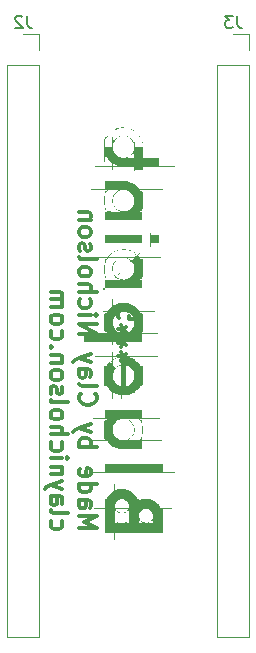
<source format=gbr>
%TF.GenerationSoftware,KiCad,Pcbnew,9.0.4*%
%TF.CreationDate,2025-10-30T00:52:22-04:00*%
%TF.ProjectId,DevBoard,44657642-6f61-4726-942e-6b696361645f,rev?*%
%TF.SameCoordinates,Original*%
%TF.FileFunction,Legend,Bot*%
%TF.FilePolarity,Positive*%
%FSLAX46Y46*%
G04 Gerber Fmt 4.6, Leading zero omitted, Abs format (unit mm)*
G04 Created by KiCad (PCBNEW 9.0.4) date 2025-10-30 00:52:22*
%MOMM*%
%LPD*%
G01*
G04 APERTURE LIST*
%ADD10C,0.300000*%
%ADD11C,0.150000*%
%ADD12C,0.000000*%
%ADD13C,0.120000*%
G04 APERTURE END LIST*
D10*
X95839171Y-116285489D02*
X97339171Y-116285489D01*
X97339171Y-116285489D02*
X96267742Y-115785489D01*
X96267742Y-115785489D02*
X97339171Y-115285489D01*
X97339171Y-115285489D02*
X95839171Y-115285489D01*
X95839171Y-113928346D02*
X96624885Y-113928346D01*
X96624885Y-113928346D02*
X96767742Y-113999774D01*
X96767742Y-113999774D02*
X96839171Y-114142631D01*
X96839171Y-114142631D02*
X96839171Y-114428346D01*
X96839171Y-114428346D02*
X96767742Y-114571203D01*
X95910600Y-113928346D02*
X95839171Y-114071203D01*
X95839171Y-114071203D02*
X95839171Y-114428346D01*
X95839171Y-114428346D02*
X95910600Y-114571203D01*
X95910600Y-114571203D02*
X96053457Y-114642631D01*
X96053457Y-114642631D02*
X96196314Y-114642631D01*
X96196314Y-114642631D02*
X96339171Y-114571203D01*
X96339171Y-114571203D02*
X96410600Y-114428346D01*
X96410600Y-114428346D02*
X96410600Y-114071203D01*
X96410600Y-114071203D02*
X96482028Y-113928346D01*
X95839171Y-112571203D02*
X97339171Y-112571203D01*
X95910600Y-112571203D02*
X95839171Y-112714060D01*
X95839171Y-112714060D02*
X95839171Y-112999774D01*
X95839171Y-112999774D02*
X95910600Y-113142631D01*
X95910600Y-113142631D02*
X95982028Y-113214060D01*
X95982028Y-113214060D02*
X96124885Y-113285488D01*
X96124885Y-113285488D02*
X96553457Y-113285488D01*
X96553457Y-113285488D02*
X96696314Y-113214060D01*
X96696314Y-113214060D02*
X96767742Y-113142631D01*
X96767742Y-113142631D02*
X96839171Y-112999774D01*
X96839171Y-112999774D02*
X96839171Y-112714060D01*
X96839171Y-112714060D02*
X96767742Y-112571203D01*
X95910600Y-111285488D02*
X95839171Y-111428345D01*
X95839171Y-111428345D02*
X95839171Y-111714060D01*
X95839171Y-111714060D02*
X95910600Y-111856917D01*
X95910600Y-111856917D02*
X96053457Y-111928345D01*
X96053457Y-111928345D02*
X96624885Y-111928345D01*
X96624885Y-111928345D02*
X96767742Y-111856917D01*
X96767742Y-111856917D02*
X96839171Y-111714060D01*
X96839171Y-111714060D02*
X96839171Y-111428345D01*
X96839171Y-111428345D02*
X96767742Y-111285488D01*
X96767742Y-111285488D02*
X96624885Y-111214060D01*
X96624885Y-111214060D02*
X96482028Y-111214060D01*
X96482028Y-111214060D02*
X96339171Y-111928345D01*
X95839171Y-109428346D02*
X97339171Y-109428346D01*
X96767742Y-109428346D02*
X96839171Y-109285489D01*
X96839171Y-109285489D02*
X96839171Y-108999774D01*
X96839171Y-108999774D02*
X96767742Y-108856917D01*
X96767742Y-108856917D02*
X96696314Y-108785489D01*
X96696314Y-108785489D02*
X96553457Y-108714060D01*
X96553457Y-108714060D02*
X96124885Y-108714060D01*
X96124885Y-108714060D02*
X95982028Y-108785489D01*
X95982028Y-108785489D02*
X95910600Y-108856917D01*
X95910600Y-108856917D02*
X95839171Y-108999774D01*
X95839171Y-108999774D02*
X95839171Y-109285489D01*
X95839171Y-109285489D02*
X95910600Y-109428346D01*
X96839171Y-108214060D02*
X95839171Y-107856917D01*
X96839171Y-107499774D02*
X95839171Y-107856917D01*
X95839171Y-107856917D02*
X95482028Y-107999774D01*
X95482028Y-107999774D02*
X95410600Y-108071203D01*
X95410600Y-108071203D02*
X95339171Y-108214060D01*
X95982028Y-104928346D02*
X95910600Y-104999774D01*
X95910600Y-104999774D02*
X95839171Y-105214060D01*
X95839171Y-105214060D02*
X95839171Y-105356917D01*
X95839171Y-105356917D02*
X95910600Y-105571203D01*
X95910600Y-105571203D02*
X96053457Y-105714060D01*
X96053457Y-105714060D02*
X96196314Y-105785489D01*
X96196314Y-105785489D02*
X96482028Y-105856917D01*
X96482028Y-105856917D02*
X96696314Y-105856917D01*
X96696314Y-105856917D02*
X96982028Y-105785489D01*
X96982028Y-105785489D02*
X97124885Y-105714060D01*
X97124885Y-105714060D02*
X97267742Y-105571203D01*
X97267742Y-105571203D02*
X97339171Y-105356917D01*
X97339171Y-105356917D02*
X97339171Y-105214060D01*
X97339171Y-105214060D02*
X97267742Y-104999774D01*
X97267742Y-104999774D02*
X97196314Y-104928346D01*
X95839171Y-104071203D02*
X95910600Y-104214060D01*
X95910600Y-104214060D02*
X96053457Y-104285489D01*
X96053457Y-104285489D02*
X97339171Y-104285489D01*
X95839171Y-102856918D02*
X96624885Y-102856918D01*
X96624885Y-102856918D02*
X96767742Y-102928346D01*
X96767742Y-102928346D02*
X96839171Y-103071203D01*
X96839171Y-103071203D02*
X96839171Y-103356918D01*
X96839171Y-103356918D02*
X96767742Y-103499775D01*
X95910600Y-102856918D02*
X95839171Y-102999775D01*
X95839171Y-102999775D02*
X95839171Y-103356918D01*
X95839171Y-103356918D02*
X95910600Y-103499775D01*
X95910600Y-103499775D02*
X96053457Y-103571203D01*
X96053457Y-103571203D02*
X96196314Y-103571203D01*
X96196314Y-103571203D02*
X96339171Y-103499775D01*
X96339171Y-103499775D02*
X96410600Y-103356918D01*
X96410600Y-103356918D02*
X96410600Y-102999775D01*
X96410600Y-102999775D02*
X96482028Y-102856918D01*
X96839171Y-102285489D02*
X95839171Y-101928346D01*
X96839171Y-101571203D02*
X95839171Y-101928346D01*
X95839171Y-101928346D02*
X95482028Y-102071203D01*
X95482028Y-102071203D02*
X95410600Y-102142632D01*
X95410600Y-102142632D02*
X95339171Y-102285489D01*
X95839171Y-99856918D02*
X97339171Y-99856918D01*
X97339171Y-99856918D02*
X95839171Y-98999775D01*
X95839171Y-98999775D02*
X97339171Y-98999775D01*
X95839171Y-98285489D02*
X96839171Y-98285489D01*
X97339171Y-98285489D02*
X97267742Y-98356917D01*
X97267742Y-98356917D02*
X97196314Y-98285489D01*
X97196314Y-98285489D02*
X97267742Y-98214060D01*
X97267742Y-98214060D02*
X97339171Y-98285489D01*
X97339171Y-98285489D02*
X97196314Y-98285489D01*
X95910600Y-96928346D02*
X95839171Y-97071203D01*
X95839171Y-97071203D02*
X95839171Y-97356917D01*
X95839171Y-97356917D02*
X95910600Y-97499774D01*
X95910600Y-97499774D02*
X95982028Y-97571203D01*
X95982028Y-97571203D02*
X96124885Y-97642631D01*
X96124885Y-97642631D02*
X96553457Y-97642631D01*
X96553457Y-97642631D02*
X96696314Y-97571203D01*
X96696314Y-97571203D02*
X96767742Y-97499774D01*
X96767742Y-97499774D02*
X96839171Y-97356917D01*
X96839171Y-97356917D02*
X96839171Y-97071203D01*
X96839171Y-97071203D02*
X96767742Y-96928346D01*
X95839171Y-96285489D02*
X97339171Y-96285489D01*
X95839171Y-95642632D02*
X96624885Y-95642632D01*
X96624885Y-95642632D02*
X96767742Y-95714060D01*
X96767742Y-95714060D02*
X96839171Y-95856917D01*
X96839171Y-95856917D02*
X96839171Y-96071203D01*
X96839171Y-96071203D02*
X96767742Y-96214060D01*
X96767742Y-96214060D02*
X96696314Y-96285489D01*
X95839171Y-94714060D02*
X95910600Y-94856917D01*
X95910600Y-94856917D02*
X95982028Y-94928346D01*
X95982028Y-94928346D02*
X96124885Y-94999774D01*
X96124885Y-94999774D02*
X96553457Y-94999774D01*
X96553457Y-94999774D02*
X96696314Y-94928346D01*
X96696314Y-94928346D02*
X96767742Y-94856917D01*
X96767742Y-94856917D02*
X96839171Y-94714060D01*
X96839171Y-94714060D02*
X96839171Y-94499774D01*
X96839171Y-94499774D02*
X96767742Y-94356917D01*
X96767742Y-94356917D02*
X96696314Y-94285489D01*
X96696314Y-94285489D02*
X96553457Y-94214060D01*
X96553457Y-94214060D02*
X96124885Y-94214060D01*
X96124885Y-94214060D02*
X95982028Y-94285489D01*
X95982028Y-94285489D02*
X95910600Y-94356917D01*
X95910600Y-94356917D02*
X95839171Y-94499774D01*
X95839171Y-94499774D02*
X95839171Y-94714060D01*
X95839171Y-93356917D02*
X95910600Y-93499774D01*
X95910600Y-93499774D02*
X96053457Y-93571203D01*
X96053457Y-93571203D02*
X97339171Y-93571203D01*
X95910600Y-92856917D02*
X95839171Y-92714060D01*
X95839171Y-92714060D02*
X95839171Y-92428346D01*
X95839171Y-92428346D02*
X95910600Y-92285489D01*
X95910600Y-92285489D02*
X96053457Y-92214060D01*
X96053457Y-92214060D02*
X96124885Y-92214060D01*
X96124885Y-92214060D02*
X96267742Y-92285489D01*
X96267742Y-92285489D02*
X96339171Y-92428346D01*
X96339171Y-92428346D02*
X96339171Y-92642632D01*
X96339171Y-92642632D02*
X96410600Y-92785489D01*
X96410600Y-92785489D02*
X96553457Y-92856917D01*
X96553457Y-92856917D02*
X96624885Y-92856917D01*
X96624885Y-92856917D02*
X96767742Y-92785489D01*
X96767742Y-92785489D02*
X96839171Y-92642632D01*
X96839171Y-92642632D02*
X96839171Y-92428346D01*
X96839171Y-92428346D02*
X96767742Y-92285489D01*
X95839171Y-91356917D02*
X95910600Y-91499774D01*
X95910600Y-91499774D02*
X95982028Y-91571203D01*
X95982028Y-91571203D02*
X96124885Y-91642631D01*
X96124885Y-91642631D02*
X96553457Y-91642631D01*
X96553457Y-91642631D02*
X96696314Y-91571203D01*
X96696314Y-91571203D02*
X96767742Y-91499774D01*
X96767742Y-91499774D02*
X96839171Y-91356917D01*
X96839171Y-91356917D02*
X96839171Y-91142631D01*
X96839171Y-91142631D02*
X96767742Y-90999774D01*
X96767742Y-90999774D02*
X96696314Y-90928346D01*
X96696314Y-90928346D02*
X96553457Y-90856917D01*
X96553457Y-90856917D02*
X96124885Y-90856917D01*
X96124885Y-90856917D02*
X95982028Y-90928346D01*
X95982028Y-90928346D02*
X95910600Y-90999774D01*
X95910600Y-90999774D02*
X95839171Y-91142631D01*
X95839171Y-91142631D02*
X95839171Y-91356917D01*
X96839171Y-90214060D02*
X95839171Y-90214060D01*
X96696314Y-90214060D02*
X96767742Y-90142631D01*
X96767742Y-90142631D02*
X96839171Y-89999774D01*
X96839171Y-89999774D02*
X96839171Y-89785488D01*
X96839171Y-89785488D02*
X96767742Y-89642631D01*
X96767742Y-89642631D02*
X96624885Y-89571203D01*
X96624885Y-89571203D02*
X95839171Y-89571203D01*
X93510600Y-115672632D02*
X93439171Y-115815489D01*
X93439171Y-115815489D02*
X93439171Y-116101203D01*
X93439171Y-116101203D02*
X93510600Y-116244060D01*
X93510600Y-116244060D02*
X93582028Y-116315489D01*
X93582028Y-116315489D02*
X93724885Y-116386917D01*
X93724885Y-116386917D02*
X94153457Y-116386917D01*
X94153457Y-116386917D02*
X94296314Y-116315489D01*
X94296314Y-116315489D02*
X94367742Y-116244060D01*
X94367742Y-116244060D02*
X94439171Y-116101203D01*
X94439171Y-116101203D02*
X94439171Y-115815489D01*
X94439171Y-115815489D02*
X94367742Y-115672632D01*
X93439171Y-114815489D02*
X93510600Y-114958346D01*
X93510600Y-114958346D02*
X93653457Y-115029775D01*
X93653457Y-115029775D02*
X94939171Y-115029775D01*
X93439171Y-113601204D02*
X94224885Y-113601204D01*
X94224885Y-113601204D02*
X94367742Y-113672632D01*
X94367742Y-113672632D02*
X94439171Y-113815489D01*
X94439171Y-113815489D02*
X94439171Y-114101204D01*
X94439171Y-114101204D02*
X94367742Y-114244061D01*
X93510600Y-113601204D02*
X93439171Y-113744061D01*
X93439171Y-113744061D02*
X93439171Y-114101204D01*
X93439171Y-114101204D02*
X93510600Y-114244061D01*
X93510600Y-114244061D02*
X93653457Y-114315489D01*
X93653457Y-114315489D02*
X93796314Y-114315489D01*
X93796314Y-114315489D02*
X93939171Y-114244061D01*
X93939171Y-114244061D02*
X94010600Y-114101204D01*
X94010600Y-114101204D02*
X94010600Y-113744061D01*
X94010600Y-113744061D02*
X94082028Y-113601204D01*
X94439171Y-113029775D02*
X93439171Y-112672632D01*
X94439171Y-112315489D02*
X93439171Y-112672632D01*
X93439171Y-112672632D02*
X93082028Y-112815489D01*
X93082028Y-112815489D02*
X93010600Y-112886918D01*
X93010600Y-112886918D02*
X92939171Y-113029775D01*
X94439171Y-111744061D02*
X93439171Y-111744061D01*
X94296314Y-111744061D02*
X94367742Y-111672632D01*
X94367742Y-111672632D02*
X94439171Y-111529775D01*
X94439171Y-111529775D02*
X94439171Y-111315489D01*
X94439171Y-111315489D02*
X94367742Y-111172632D01*
X94367742Y-111172632D02*
X94224885Y-111101204D01*
X94224885Y-111101204D02*
X93439171Y-111101204D01*
X93439171Y-110386918D02*
X94439171Y-110386918D01*
X94939171Y-110386918D02*
X94867742Y-110458346D01*
X94867742Y-110458346D02*
X94796314Y-110386918D01*
X94796314Y-110386918D02*
X94867742Y-110315489D01*
X94867742Y-110315489D02*
X94939171Y-110386918D01*
X94939171Y-110386918D02*
X94796314Y-110386918D01*
X93510600Y-109029775D02*
X93439171Y-109172632D01*
X93439171Y-109172632D02*
X93439171Y-109458346D01*
X93439171Y-109458346D02*
X93510600Y-109601203D01*
X93510600Y-109601203D02*
X93582028Y-109672632D01*
X93582028Y-109672632D02*
X93724885Y-109744060D01*
X93724885Y-109744060D02*
X94153457Y-109744060D01*
X94153457Y-109744060D02*
X94296314Y-109672632D01*
X94296314Y-109672632D02*
X94367742Y-109601203D01*
X94367742Y-109601203D02*
X94439171Y-109458346D01*
X94439171Y-109458346D02*
X94439171Y-109172632D01*
X94439171Y-109172632D02*
X94367742Y-109029775D01*
X93439171Y-108386918D02*
X94939171Y-108386918D01*
X93439171Y-107744061D02*
X94224885Y-107744061D01*
X94224885Y-107744061D02*
X94367742Y-107815489D01*
X94367742Y-107815489D02*
X94439171Y-107958346D01*
X94439171Y-107958346D02*
X94439171Y-108172632D01*
X94439171Y-108172632D02*
X94367742Y-108315489D01*
X94367742Y-108315489D02*
X94296314Y-108386918D01*
X93439171Y-106815489D02*
X93510600Y-106958346D01*
X93510600Y-106958346D02*
X93582028Y-107029775D01*
X93582028Y-107029775D02*
X93724885Y-107101203D01*
X93724885Y-107101203D02*
X94153457Y-107101203D01*
X94153457Y-107101203D02*
X94296314Y-107029775D01*
X94296314Y-107029775D02*
X94367742Y-106958346D01*
X94367742Y-106958346D02*
X94439171Y-106815489D01*
X94439171Y-106815489D02*
X94439171Y-106601203D01*
X94439171Y-106601203D02*
X94367742Y-106458346D01*
X94367742Y-106458346D02*
X94296314Y-106386918D01*
X94296314Y-106386918D02*
X94153457Y-106315489D01*
X94153457Y-106315489D02*
X93724885Y-106315489D01*
X93724885Y-106315489D02*
X93582028Y-106386918D01*
X93582028Y-106386918D02*
X93510600Y-106458346D01*
X93510600Y-106458346D02*
X93439171Y-106601203D01*
X93439171Y-106601203D02*
X93439171Y-106815489D01*
X93439171Y-105458346D02*
X93510600Y-105601203D01*
X93510600Y-105601203D02*
X93653457Y-105672632D01*
X93653457Y-105672632D02*
X94939171Y-105672632D01*
X93510600Y-104958346D02*
X93439171Y-104815489D01*
X93439171Y-104815489D02*
X93439171Y-104529775D01*
X93439171Y-104529775D02*
X93510600Y-104386918D01*
X93510600Y-104386918D02*
X93653457Y-104315489D01*
X93653457Y-104315489D02*
X93724885Y-104315489D01*
X93724885Y-104315489D02*
X93867742Y-104386918D01*
X93867742Y-104386918D02*
X93939171Y-104529775D01*
X93939171Y-104529775D02*
X93939171Y-104744061D01*
X93939171Y-104744061D02*
X94010600Y-104886918D01*
X94010600Y-104886918D02*
X94153457Y-104958346D01*
X94153457Y-104958346D02*
X94224885Y-104958346D01*
X94224885Y-104958346D02*
X94367742Y-104886918D01*
X94367742Y-104886918D02*
X94439171Y-104744061D01*
X94439171Y-104744061D02*
X94439171Y-104529775D01*
X94439171Y-104529775D02*
X94367742Y-104386918D01*
X93439171Y-103458346D02*
X93510600Y-103601203D01*
X93510600Y-103601203D02*
X93582028Y-103672632D01*
X93582028Y-103672632D02*
X93724885Y-103744060D01*
X93724885Y-103744060D02*
X94153457Y-103744060D01*
X94153457Y-103744060D02*
X94296314Y-103672632D01*
X94296314Y-103672632D02*
X94367742Y-103601203D01*
X94367742Y-103601203D02*
X94439171Y-103458346D01*
X94439171Y-103458346D02*
X94439171Y-103244060D01*
X94439171Y-103244060D02*
X94367742Y-103101203D01*
X94367742Y-103101203D02*
X94296314Y-103029775D01*
X94296314Y-103029775D02*
X94153457Y-102958346D01*
X94153457Y-102958346D02*
X93724885Y-102958346D01*
X93724885Y-102958346D02*
X93582028Y-103029775D01*
X93582028Y-103029775D02*
X93510600Y-103101203D01*
X93510600Y-103101203D02*
X93439171Y-103244060D01*
X93439171Y-103244060D02*
X93439171Y-103458346D01*
X94439171Y-102315489D02*
X93439171Y-102315489D01*
X94296314Y-102315489D02*
X94367742Y-102244060D01*
X94367742Y-102244060D02*
X94439171Y-102101203D01*
X94439171Y-102101203D02*
X94439171Y-101886917D01*
X94439171Y-101886917D02*
X94367742Y-101744060D01*
X94367742Y-101744060D02*
X94224885Y-101672632D01*
X94224885Y-101672632D02*
X93439171Y-101672632D01*
X93582028Y-100958346D02*
X93510600Y-100886917D01*
X93510600Y-100886917D02*
X93439171Y-100958346D01*
X93439171Y-100958346D02*
X93510600Y-101029774D01*
X93510600Y-101029774D02*
X93582028Y-100958346D01*
X93582028Y-100958346D02*
X93439171Y-100958346D01*
X93510600Y-99601203D02*
X93439171Y-99744060D01*
X93439171Y-99744060D02*
X93439171Y-100029774D01*
X93439171Y-100029774D02*
X93510600Y-100172631D01*
X93510600Y-100172631D02*
X93582028Y-100244060D01*
X93582028Y-100244060D02*
X93724885Y-100315488D01*
X93724885Y-100315488D02*
X94153457Y-100315488D01*
X94153457Y-100315488D02*
X94296314Y-100244060D01*
X94296314Y-100244060D02*
X94367742Y-100172631D01*
X94367742Y-100172631D02*
X94439171Y-100029774D01*
X94439171Y-100029774D02*
X94439171Y-99744060D01*
X94439171Y-99744060D02*
X94367742Y-99601203D01*
X93439171Y-98744060D02*
X93510600Y-98886917D01*
X93510600Y-98886917D02*
X93582028Y-98958346D01*
X93582028Y-98958346D02*
X93724885Y-99029774D01*
X93724885Y-99029774D02*
X94153457Y-99029774D01*
X94153457Y-99029774D02*
X94296314Y-98958346D01*
X94296314Y-98958346D02*
X94367742Y-98886917D01*
X94367742Y-98886917D02*
X94439171Y-98744060D01*
X94439171Y-98744060D02*
X94439171Y-98529774D01*
X94439171Y-98529774D02*
X94367742Y-98386917D01*
X94367742Y-98386917D02*
X94296314Y-98315489D01*
X94296314Y-98315489D02*
X94153457Y-98244060D01*
X94153457Y-98244060D02*
X93724885Y-98244060D01*
X93724885Y-98244060D02*
X93582028Y-98315489D01*
X93582028Y-98315489D02*
X93510600Y-98386917D01*
X93510600Y-98386917D02*
X93439171Y-98529774D01*
X93439171Y-98529774D02*
X93439171Y-98744060D01*
X93439171Y-97601203D02*
X94439171Y-97601203D01*
X94296314Y-97601203D02*
X94367742Y-97529774D01*
X94367742Y-97529774D02*
X94439171Y-97386917D01*
X94439171Y-97386917D02*
X94439171Y-97172631D01*
X94439171Y-97172631D02*
X94367742Y-97029774D01*
X94367742Y-97029774D02*
X94224885Y-96958346D01*
X94224885Y-96958346D02*
X93439171Y-96958346D01*
X94224885Y-96958346D02*
X94367742Y-96886917D01*
X94367742Y-96886917D02*
X94439171Y-96744060D01*
X94439171Y-96744060D02*
X94439171Y-96529774D01*
X94439171Y-96529774D02*
X94367742Y-96386917D01*
X94367742Y-96386917D02*
X94224885Y-96315488D01*
X94224885Y-96315488D02*
X93439171Y-96315488D01*
X99249757Y-98558541D02*
X99178328Y-98415684D01*
X99178328Y-98415684D02*
X99178328Y-98201398D01*
X99178328Y-98201398D02*
X99249757Y-97987112D01*
X99249757Y-97987112D02*
X99392614Y-97844255D01*
X99392614Y-97844255D02*
X99535471Y-97772826D01*
X99535471Y-97772826D02*
X99821185Y-97701398D01*
X99821185Y-97701398D02*
X100035471Y-97701398D01*
X100035471Y-97701398D02*
X100321185Y-97772826D01*
X100321185Y-97772826D02*
X100464042Y-97844255D01*
X100464042Y-97844255D02*
X100606900Y-97987112D01*
X100606900Y-97987112D02*
X100678328Y-98201398D01*
X100678328Y-98201398D02*
X100678328Y-98344255D01*
X100678328Y-98344255D02*
X100606900Y-98558541D01*
X100606900Y-98558541D02*
X100535471Y-98629969D01*
X100535471Y-98629969D02*
X100035471Y-98629969D01*
X100035471Y-98629969D02*
X100035471Y-98344255D01*
X99178328Y-99487112D02*
X99535471Y-99487112D01*
X99392614Y-99129969D02*
X99535471Y-99487112D01*
X99535471Y-99487112D02*
X99392614Y-99844255D01*
X99821185Y-99272826D02*
X99535471Y-99487112D01*
X99535471Y-99487112D02*
X99821185Y-99701398D01*
X99178328Y-100629969D02*
X99535471Y-100629969D01*
X99392614Y-100272826D02*
X99535471Y-100629969D01*
X99535471Y-100629969D02*
X99392614Y-100987112D01*
X99821185Y-100415683D02*
X99535471Y-100629969D01*
X99535471Y-100629969D02*
X99821185Y-100844255D01*
X99178328Y-101772826D02*
X99535471Y-101772826D01*
X99392614Y-101415683D02*
X99535471Y-101772826D01*
X99535471Y-101772826D02*
X99392614Y-102129969D01*
X99821185Y-101558540D02*
X99535471Y-101772826D01*
X99535471Y-101772826D02*
X99821185Y-101987112D01*
D11*
X91443333Y-72944819D02*
X91443333Y-73659104D01*
X91443333Y-73659104D02*
X91490952Y-73801961D01*
X91490952Y-73801961D02*
X91586190Y-73897200D01*
X91586190Y-73897200D02*
X91729047Y-73944819D01*
X91729047Y-73944819D02*
X91824285Y-73944819D01*
X91014761Y-73040057D02*
X90967142Y-72992438D01*
X90967142Y-72992438D02*
X90871904Y-72944819D01*
X90871904Y-72944819D02*
X90633809Y-72944819D01*
X90633809Y-72944819D02*
X90538571Y-72992438D01*
X90538571Y-72992438D02*
X90490952Y-73040057D01*
X90490952Y-73040057D02*
X90443333Y-73135295D01*
X90443333Y-73135295D02*
X90443333Y-73230533D01*
X90443333Y-73230533D02*
X90490952Y-73373390D01*
X90490952Y-73373390D02*
X91062380Y-73944819D01*
X91062380Y-73944819D02*
X90443333Y-73944819D01*
X109223333Y-72944819D02*
X109223333Y-73659104D01*
X109223333Y-73659104D02*
X109270952Y-73801961D01*
X109270952Y-73801961D02*
X109366190Y-73897200D01*
X109366190Y-73897200D02*
X109509047Y-73944819D01*
X109509047Y-73944819D02*
X109604285Y-73944819D01*
X108842380Y-72944819D02*
X108223333Y-72944819D01*
X108223333Y-72944819D02*
X108556666Y-73325771D01*
X108556666Y-73325771D02*
X108413809Y-73325771D01*
X108413809Y-73325771D02*
X108318571Y-73373390D01*
X108318571Y-73373390D02*
X108270952Y-73421009D01*
X108270952Y-73421009D02*
X108223333Y-73516247D01*
X108223333Y-73516247D02*
X108223333Y-73754342D01*
X108223333Y-73754342D02*
X108270952Y-73849580D01*
X108270952Y-73849580D02*
X108318571Y-73897200D01*
X108318571Y-73897200D02*
X108413809Y-73944819D01*
X108413809Y-73944819D02*
X108699523Y-73944819D01*
X108699523Y-73944819D02*
X108794761Y-73897200D01*
X108794761Y-73897200D02*
X108842380Y-73849580D01*
D12*
%TO.C,G\u002A\u002A\u002A*%
G36*
X98055110Y-110557099D02*
G01*
X98060570Y-110594256D01*
X98064228Y-110651533D01*
X98065563Y-110722895D01*
X98065563Y-110890205D01*
X100489344Y-110890205D01*
X102913125Y-110890205D01*
X102913125Y-110798453D01*
X102913170Y-110787398D01*
X102915593Y-110738726D01*
X102922744Y-110713747D01*
X102936063Y-110706701D01*
X102938827Y-110706882D01*
X102950995Y-110716573D01*
X102957239Y-110745176D01*
X102959001Y-110798453D01*
X102959001Y-110890205D01*
X103472185Y-110890205D01*
X103616516Y-110890574D01*
X103747542Y-110891826D01*
X103849328Y-110893955D01*
X103921542Y-110896949D01*
X103963850Y-110900800D01*
X103975919Y-110905497D01*
X103958701Y-110909905D01*
X103912221Y-110913710D01*
X103837966Y-110916744D01*
X103737354Y-110918963D01*
X103611804Y-110920325D01*
X103462734Y-110920789D01*
X102959001Y-110920789D01*
X102959001Y-111257212D01*
X102959001Y-111593636D01*
X103479831Y-111593636D01*
X103631550Y-111594035D01*
X103762670Y-111595306D01*
X103864522Y-111597440D01*
X103936780Y-111600429D01*
X103979119Y-111604261D01*
X103991211Y-111608928D01*
X103991160Y-111609004D01*
X103972647Y-111613483D01*
X103924968Y-111617240D01*
X103849513Y-111620233D01*
X103747670Y-111622421D01*
X103620830Y-111623764D01*
X103470380Y-111624220D01*
X102959001Y-111624220D01*
X102959001Y-111769494D01*
X102958951Y-111790564D01*
X102957632Y-111852594D01*
X102953917Y-111890553D01*
X102946997Y-111909569D01*
X102936063Y-111914768D01*
X102932736Y-111914449D01*
X102922942Y-111906095D01*
X102916948Y-111882570D01*
X102913946Y-111838745D01*
X102913125Y-111769494D01*
X102913125Y-111624220D01*
X100489344Y-111624220D01*
X98065563Y-111624220D01*
X98065563Y-111868892D01*
X98065507Y-111894702D01*
X98064133Y-111986854D01*
X98061035Y-112055649D01*
X98056365Y-112098685D01*
X98050271Y-112113564D01*
X98048658Y-112112657D01*
X98042899Y-112090672D01*
X98038599Y-112041117D01*
X98035909Y-111966390D01*
X98034979Y-111868892D01*
X98034979Y-111624220D01*
X97453884Y-111624220D01*
X97397059Y-111624178D01*
X97239886Y-111623521D01*
X97109664Y-111622085D01*
X97007118Y-111619888D01*
X96932974Y-111616951D01*
X96887955Y-111613291D01*
X96872788Y-111608928D01*
X96874402Y-111607433D01*
X96899361Y-111603297D01*
X96953935Y-111599870D01*
X97037400Y-111597171D01*
X97149029Y-111595220D01*
X97288099Y-111594035D01*
X97453884Y-111593636D01*
X98034979Y-111593636D01*
X98034979Y-111257212D01*
X98034979Y-110920789D01*
X97469176Y-110920789D01*
X97426627Y-110920764D01*
X97269881Y-110920154D01*
X97139946Y-110918743D01*
X97037575Y-110916551D01*
X96963520Y-110913600D01*
X96918534Y-110909908D01*
X96903372Y-110905497D01*
X96904294Y-110904347D01*
X96926857Y-110900110D01*
X96979058Y-110896598D01*
X97060143Y-110893832D01*
X97169360Y-110891830D01*
X97305955Y-110890614D01*
X97469176Y-110890205D01*
X98034979Y-110890205D01*
X98034979Y-110713444D01*
X98035415Y-110661725D01*
X98038090Y-110595070D01*
X98043085Y-110556062D01*
X98050271Y-110546135D01*
X98055110Y-110557099D01*
G37*
G36*
X98055110Y-91136268D02*
G01*
X98060570Y-91173425D01*
X98064228Y-91230702D01*
X98065563Y-91302064D01*
X98065563Y-91469374D01*
X99617701Y-91469374D01*
X101169838Y-91469374D01*
X101172784Y-91373799D01*
X101175731Y-91278224D01*
X101181160Y-91373799D01*
X101186589Y-91469374D01*
X101529929Y-91469374D01*
X101873270Y-91469374D01*
X101873270Y-91377622D01*
X101874894Y-91336186D01*
X101880416Y-91299799D01*
X101888562Y-91285870D01*
X101895468Y-91295616D01*
X101901532Y-91328749D01*
X101903854Y-91377622D01*
X101903854Y-91469374D01*
X102240277Y-91469374D01*
X102576701Y-91469374D01*
X102576701Y-91377622D01*
X102578325Y-91336186D01*
X102583848Y-91299799D01*
X102591993Y-91285870D01*
X102598899Y-91295616D01*
X102604964Y-91328749D01*
X102607285Y-91377622D01*
X102607285Y-91469374D01*
X103310717Y-91469374D01*
X103483596Y-91469659D01*
X103643411Y-91470596D01*
X103775405Y-91472175D01*
X103879028Y-91474383D01*
X103953727Y-91477209D01*
X103998951Y-91480641D01*
X104014149Y-91484666D01*
X104001032Y-91488424D01*
X103957926Y-91491898D01*
X103885307Y-91494768D01*
X103783724Y-91497020D01*
X103653731Y-91498644D01*
X103495878Y-91499627D01*
X103310717Y-91499958D01*
X102607285Y-91499958D01*
X102607285Y-91836382D01*
X102607285Y-92172805D01*
X103318363Y-92172805D01*
X103498580Y-92173110D01*
X103658524Y-92174060D01*
X103790606Y-92175645D01*
X103894281Y-92177853D01*
X103969008Y-92180672D01*
X104014242Y-92184091D01*
X104029440Y-92188097D01*
X104015290Y-92191973D01*
X103971103Y-92195413D01*
X103897405Y-92198253D01*
X103794739Y-92200483D01*
X103663648Y-92202090D01*
X103504675Y-92203063D01*
X103318363Y-92203389D01*
X102607285Y-92203389D01*
X102607285Y-92348663D01*
X102607041Y-92377618D01*
X102604387Y-92439109D01*
X102599206Y-92479447D01*
X102591993Y-92493937D01*
X102588945Y-92491622D01*
X102582473Y-92466405D01*
X102578226Y-92417187D01*
X102576701Y-92348663D01*
X102576701Y-92203389D01*
X102240277Y-92203389D01*
X101903854Y-92203389D01*
X101903854Y-92348663D01*
X101903610Y-92377618D01*
X101900955Y-92439109D01*
X101895775Y-92479447D01*
X101888562Y-92493937D01*
X101885514Y-92491622D01*
X101879041Y-92466405D01*
X101874795Y-92417187D01*
X101873270Y-92348663D01*
X101873270Y-92203389D01*
X101529200Y-92203389D01*
X101185130Y-92203389D01*
X101181929Y-92352486D01*
X101178729Y-92501583D01*
X101173730Y-92352486D01*
X101168730Y-92203389D01*
X99617147Y-92203389D01*
X98065563Y-92203389D01*
X98065563Y-92448061D01*
X98065507Y-92473871D01*
X98064133Y-92566024D01*
X98061035Y-92634818D01*
X98056365Y-92677854D01*
X98050271Y-92692733D01*
X98048658Y-92691826D01*
X98042899Y-92669841D01*
X98038599Y-92620286D01*
X98035909Y-92545559D01*
X98034979Y-92448061D01*
X98034979Y-92203389D01*
X97453884Y-92203389D01*
X97397059Y-92203347D01*
X97239886Y-92202690D01*
X97109664Y-92201254D01*
X97007118Y-92199058D01*
X96932974Y-92196120D01*
X96887955Y-92192460D01*
X96872788Y-92188097D01*
X96874402Y-92186602D01*
X96899361Y-92182466D01*
X96953935Y-92179039D01*
X97037400Y-92176340D01*
X97149029Y-92174389D01*
X97288099Y-92173205D01*
X97453884Y-92172805D01*
X98034979Y-92172805D01*
X98034979Y-91836382D01*
X101185130Y-91836382D01*
X101185130Y-92172805D01*
X101529200Y-92172805D01*
X101873270Y-92172805D01*
X101873270Y-91836382D01*
X101873270Y-91499958D01*
X101529200Y-91499958D01*
X101185130Y-91499958D01*
X101185130Y-91836382D01*
X98034979Y-91836382D01*
X98034979Y-91499958D01*
X97469176Y-91499958D01*
X97426627Y-91499933D01*
X97269881Y-91499323D01*
X97139946Y-91497912D01*
X97037575Y-91495721D01*
X96963520Y-91492769D01*
X96918534Y-91489077D01*
X96903372Y-91484666D01*
X96904294Y-91483516D01*
X96926857Y-91479279D01*
X96979058Y-91475768D01*
X97060143Y-91473001D01*
X97169360Y-91470999D01*
X97305955Y-91469784D01*
X97469176Y-91469374D01*
X98034979Y-91469374D01*
X98034979Y-91292613D01*
X98035415Y-91240894D01*
X98038090Y-91174239D01*
X98043085Y-91135231D01*
X98050271Y-91125304D01*
X98055110Y-91136268D01*
G37*
G36*
X98052890Y-86395071D02*
G01*
X98058252Y-86422128D01*
X98062233Y-86476728D01*
X98064710Y-86556742D01*
X98065563Y-86660042D01*
X98065563Y-86927652D01*
X99617701Y-86927652D01*
X101169838Y-86927652D01*
X101172285Y-86877953D01*
X101174732Y-86828254D01*
X101180900Y-86877953D01*
X101187068Y-86927652D01*
X102066291Y-86927652D01*
X102212764Y-86927771D01*
X102405836Y-86928386D01*
X102569250Y-86929523D01*
X102702851Y-86931180D01*
X102806486Y-86933353D01*
X102880002Y-86936040D01*
X102923246Y-86939238D01*
X102936063Y-86942944D01*
X102926406Y-86945604D01*
X102887159Y-86948888D01*
X102818455Y-86951697D01*
X102720944Y-86954021D01*
X102595278Y-86955848D01*
X102442110Y-86957167D01*
X102262090Y-86957967D01*
X102055871Y-86958236D01*
X101185130Y-86958236D01*
X101185130Y-87294660D01*
X101185130Y-87631084D01*
X102064419Y-87631084D01*
X102217345Y-87631219D01*
X102407656Y-87631859D01*
X102569784Y-87633019D01*
X102703331Y-87634692D01*
X102807897Y-87636872D01*
X102883082Y-87639550D01*
X102928486Y-87642720D01*
X102943709Y-87646376D01*
X102935936Y-87649035D01*
X102899120Y-87652345D01*
X102832409Y-87655165D01*
X102736203Y-87657487D01*
X102610901Y-87659306D01*
X102456903Y-87660613D01*
X102274609Y-87661403D01*
X102064419Y-87661668D01*
X101185130Y-87661668D01*
X101185130Y-87865385D01*
X101185163Y-87884212D01*
X101186812Y-87976958D01*
X101191397Y-88046882D01*
X101199548Y-88100534D01*
X101211891Y-88144464D01*
X101238652Y-88219825D01*
X101242919Y-88017206D01*
X101243064Y-88010608D01*
X101245948Y-87931690D01*
X101250358Y-87869673D01*
X101255863Y-87829119D01*
X101262034Y-87814587D01*
X101264661Y-87823235D01*
X101267725Y-87858827D01*
X101270360Y-87918593D01*
X101272566Y-87998901D01*
X101274343Y-88096118D01*
X101275692Y-88206611D01*
X101276611Y-88326749D01*
X101277100Y-88452897D01*
X101277159Y-88581423D01*
X101276789Y-88708696D01*
X101275988Y-88831082D01*
X101274756Y-88944948D01*
X101273094Y-89046662D01*
X101271000Y-89132592D01*
X101268476Y-89199104D01*
X101265519Y-89242567D01*
X101262131Y-89259346D01*
X101258230Y-89257720D01*
X101251584Y-89233098D01*
X101246366Y-89183104D01*
X101243016Y-89111152D01*
X101238652Y-88953841D01*
X101211891Y-89029202D01*
X101209430Y-89036386D01*
X101197857Y-89081529D01*
X101190367Y-89137525D01*
X101186335Y-89210926D01*
X101185130Y-89308281D01*
X101185130Y-89511999D01*
X102065322Y-89511999D01*
X102212741Y-89512119D01*
X102405819Y-89512736D01*
X102569238Y-89513874D01*
X102702843Y-89515531D01*
X102806481Y-89517704D01*
X102880000Y-89520390D01*
X102923245Y-89523586D01*
X102936063Y-89527291D01*
X102926406Y-89529951D01*
X102887159Y-89533234D01*
X102818455Y-89536044D01*
X102720944Y-89538367D01*
X102595278Y-89540195D01*
X102442110Y-89541514D01*
X102262090Y-89542314D01*
X102055871Y-89542583D01*
X101185130Y-89542583D01*
X101185130Y-89879006D01*
X101185130Y-90215430D01*
X102065322Y-90215430D01*
X102212741Y-90215551D01*
X102405819Y-90216167D01*
X102569238Y-90217306D01*
X102702843Y-90218962D01*
X102806481Y-90221135D01*
X102880000Y-90223821D01*
X102923245Y-90227018D01*
X102936063Y-90230722D01*
X102926406Y-90233383D01*
X102887159Y-90236666D01*
X102818455Y-90239475D01*
X102720944Y-90241799D01*
X102595278Y-90243626D01*
X102442110Y-90244945D01*
X102262090Y-90245745D01*
X102055871Y-90246014D01*
X101185130Y-90246014D01*
X101181929Y-90395111D01*
X101178729Y-90544208D01*
X101173730Y-90395111D01*
X101168730Y-90246014D01*
X101085732Y-90246014D01*
X100863444Y-90246014D01*
X100558158Y-90246014D01*
X100554958Y-90395111D01*
X100551757Y-90544208D01*
X100546758Y-90395111D01*
X100541759Y-90246014D01*
X99558783Y-90246014D01*
X99342445Y-90246014D01*
X99303661Y-90246014D01*
X98142023Y-90246014D01*
X98065563Y-90246014D01*
X98065563Y-90490686D01*
X98065507Y-90516496D01*
X98064133Y-90608648D01*
X98061035Y-90677443D01*
X98056365Y-90720479D01*
X98050271Y-90735358D01*
X98048658Y-90734451D01*
X98042899Y-90712466D01*
X98038599Y-90662911D01*
X98035909Y-90588184D01*
X98034979Y-90490686D01*
X98034979Y-90246014D01*
X97438592Y-90246014D01*
X97367429Y-90245951D01*
X97209855Y-90245250D01*
X97079364Y-90243791D01*
X96976655Y-90241590D01*
X96902426Y-90238667D01*
X96857376Y-90235038D01*
X96842204Y-90230722D01*
X96844232Y-90229060D01*
X96870377Y-90224973D01*
X96926127Y-90221587D01*
X97010771Y-90218921D01*
X97123596Y-90216994D01*
X97263892Y-90215824D01*
X97430946Y-90215430D01*
X98019687Y-90215430D01*
X98019687Y-89879006D01*
X98019687Y-89542583D01*
X97446238Y-89542583D01*
X97396559Y-89542549D01*
X97239596Y-89541916D01*
X97109516Y-89540492D01*
X97007056Y-89538298D01*
X96932955Y-89535353D01*
X96887953Y-89531678D01*
X96872788Y-89527291D01*
X96874402Y-89525795D01*
X96899361Y-89521659D01*
X96953935Y-89518232D01*
X97037400Y-89515534D01*
X97149029Y-89513583D01*
X97288099Y-89512398D01*
X97453884Y-89511999D01*
X98034979Y-89511999D01*
X98065563Y-89511999D01*
X98142023Y-89511999D01*
X98169580Y-89511222D01*
X98204494Y-89507069D01*
X98217895Y-89500530D01*
X98214274Y-89490844D01*
X98198558Y-89458485D01*
X98173295Y-89409948D01*
X98141656Y-89351433D01*
X98066005Y-89213805D01*
X98065784Y-89362902D01*
X98065563Y-89511999D01*
X98034979Y-89511999D01*
X98034979Y-89308003D01*
X98034964Y-89295646D01*
X98033208Y-89196431D01*
X98027895Y-89117432D01*
X98026896Y-89110485D01*
X98018111Y-89049391D01*
X98002944Y-88983048D01*
X97998130Y-88963919D01*
X97981574Y-88875970D01*
X97970167Y-88770206D01*
X97963181Y-88640355D01*
X97962037Y-88605622D01*
X97960302Y-88518975D01*
X97960467Y-88510192D01*
X97994682Y-88510192D01*
X97994703Y-88598857D01*
X97996992Y-88686847D01*
X98001452Y-88768190D01*
X98007987Y-88836915D01*
X98016501Y-88887050D01*
X98026896Y-88912625D01*
X98028109Y-88909902D01*
X98030228Y-88883595D01*
X98031966Y-88833053D01*
X98033236Y-88762466D01*
X98033947Y-88676023D01*
X98034010Y-88577913D01*
X98034002Y-88575149D01*
X98033310Y-88461596D01*
X98031903Y-88376332D01*
X98029654Y-88317116D01*
X98026433Y-88281707D01*
X98022112Y-88267865D01*
X98016564Y-88273347D01*
X98009192Y-88299857D01*
X98001830Y-88354721D01*
X97997025Y-88426823D01*
X97994682Y-88510192D01*
X97960467Y-88510192D01*
X97961584Y-88450729D01*
X97966535Y-88391814D01*
X97975803Y-88333161D01*
X97990041Y-88265701D01*
X97993097Y-88251874D01*
X98011930Y-88145124D01*
X98021902Y-88048853D01*
X98065563Y-88048853D01*
X98065563Y-88585709D01*
X98065563Y-89122566D01*
X98161138Y-89313459D01*
X98256713Y-89504353D01*
X98799579Y-89508233D01*
X99342445Y-89512114D01*
X99330890Y-89506451D01*
X101001626Y-89506451D01*
X101009109Y-89508732D01*
X101039659Y-89511086D01*
X101085732Y-89511999D01*
X101169838Y-89511999D01*
X101169838Y-89366725D01*
X101169621Y-89329184D01*
X101168358Y-89273760D01*
X101166216Y-89235635D01*
X101163486Y-89221451D01*
X101162192Y-89222998D01*
X101157512Y-89228593D01*
X101139153Y-89257544D01*
X101111992Y-89303594D01*
X101079380Y-89361177D01*
X101055007Y-89405257D01*
X101027424Y-89455973D01*
X101008594Y-89491641D01*
X101001626Y-89506451D01*
X99330890Y-89506451D01*
X99200592Y-89442594D01*
X99094036Y-89381715D01*
X98964193Y-89279022D01*
X98855428Y-89157465D01*
X98769324Y-89020292D01*
X98707463Y-88870751D01*
X98671428Y-88712088D01*
X98663020Y-88551769D01*
X98694333Y-88551769D01*
X98695666Y-88653392D01*
X98703114Y-88747141D01*
X98716660Y-88821967D01*
X98726186Y-88854429D01*
X98785673Y-88994459D01*
X98870248Y-89125393D01*
X98975630Y-89242990D01*
X99097541Y-89343007D01*
X99231701Y-89421203D01*
X99373828Y-89473334D01*
X99376270Y-89473961D01*
X99458712Y-89488057D01*
X99558783Y-89495062D01*
X99664776Y-89494972D01*
X99764981Y-89487785D01*
X99847691Y-89473495D01*
X99876540Y-89465666D01*
X100011309Y-89414021D01*
X100134945Y-89338894D01*
X100253520Y-89236743D01*
X100310572Y-89176219D01*
X100411605Y-89040023D01*
X100483231Y-88895431D01*
X100525446Y-88742454D01*
X100538246Y-88581106D01*
X100521627Y-88411401D01*
X100490429Y-88284206D01*
X100437943Y-88158816D01*
X100362859Y-88042395D01*
X100261395Y-87927918D01*
X100254590Y-87921158D01*
X100140463Y-87821228D01*
X100025050Y-87747842D01*
X99902246Y-87698508D01*
X99765949Y-87670735D01*
X99740498Y-87669314D01*
X101004346Y-87669314D01*
X101083269Y-87814587D01*
X101162192Y-87959861D01*
X101166614Y-87816461D01*
X101167495Y-87781274D01*
X101167924Y-87724277D01*
X101166887Y-87683658D01*
X101164482Y-87666507D01*
X101157193Y-87664495D01*
X101126369Y-87663141D01*
X101081137Y-87664633D01*
X101074244Y-87665053D01*
X101004346Y-87669314D01*
X99740498Y-87669314D01*
X99610055Y-87662031D01*
X99461986Y-87669992D01*
X99322341Y-87697590D01*
X99197062Y-87747080D01*
X99080646Y-87820676D01*
X98967589Y-87920594D01*
X98962290Y-87925956D01*
X98852180Y-88056845D01*
X98769591Y-88196621D01*
X98715907Y-88342961D01*
X98710086Y-88369104D01*
X98699134Y-88453323D01*
X98694333Y-88551769D01*
X98663020Y-88551769D01*
X98662799Y-88547553D01*
X98683159Y-88380391D01*
X98692669Y-88339983D01*
X98748412Y-88183933D01*
X98830313Y-88039774D01*
X98935557Y-87911096D01*
X99061330Y-87801492D01*
X99204817Y-87714556D01*
X99311861Y-87661951D01*
X98784287Y-87665632D01*
X98256713Y-87669314D01*
X98161138Y-87859083D01*
X98065633Y-88048714D01*
X98065563Y-88048853D01*
X98021902Y-88048853D01*
X98024200Y-88026663D01*
X98030906Y-87887224D01*
X98037183Y-87661668D01*
X98065563Y-87661668D01*
X98065598Y-87803118D01*
X98065633Y-87944569D01*
X98142058Y-87808318D01*
X98164956Y-87767255D01*
X98192584Y-87716933D01*
X98211481Y-87681518D01*
X98218483Y-87666867D01*
X98213338Y-87664996D01*
X98185656Y-87662604D01*
X98142023Y-87661668D01*
X98065563Y-87661668D01*
X98037183Y-87661668D01*
X97439693Y-87661668D01*
X97367496Y-87661602D01*
X97209894Y-87660898D01*
X97079384Y-87659437D01*
X96976663Y-87657237D01*
X96902428Y-87654314D01*
X96857376Y-87650688D01*
X96842204Y-87646376D01*
X96844232Y-87644714D01*
X96870377Y-87640626D01*
X96926127Y-87637240D01*
X97010771Y-87634574D01*
X97123596Y-87632647D01*
X97263892Y-87631478D01*
X97430946Y-87631084D01*
X98019687Y-87631084D01*
X98019687Y-87294660D01*
X98019687Y-86962991D01*
X100007646Y-86962991D01*
X100013675Y-86966367D01*
X100041908Y-86975707D01*
X100085442Y-86987684D01*
X100090312Y-86989012D01*
X100136820Y-87005309D01*
X100201362Y-87031947D01*
X100276064Y-87065542D01*
X100353052Y-87102707D01*
X100542866Y-87197792D01*
X100545506Y-87112421D01*
X100548145Y-87027050D01*
X100556975Y-87122885D01*
X100565804Y-87218720D01*
X100680494Y-87314651D01*
X100694496Y-87326592D01*
X100761611Y-87388425D01*
X100830033Y-87457448D01*
X100886918Y-87520833D01*
X100978651Y-87631084D01*
X101074244Y-87631084D01*
X101169838Y-87631084D01*
X101169838Y-87294660D01*
X101169838Y-86958236D01*
X100588742Y-86958236D01*
X100567093Y-86958239D01*
X100438595Y-86958398D01*
X100320755Y-86958775D01*
X100216892Y-86959344D01*
X100130329Y-86960077D01*
X100064386Y-86960948D01*
X100022385Y-86961928D01*
X100007646Y-86962991D01*
X98019687Y-86962991D01*
X98019687Y-86958236D01*
X97446238Y-86958236D01*
X97396559Y-86958203D01*
X97239596Y-86957569D01*
X97109516Y-86956145D01*
X97007056Y-86953951D01*
X96932955Y-86951006D01*
X96887953Y-86947331D01*
X96872788Y-86942944D01*
X96874402Y-86941448D01*
X96899361Y-86937312D01*
X96953935Y-86933885D01*
X97037400Y-86931187D01*
X97149029Y-86929236D01*
X97288099Y-86928051D01*
X97453884Y-86927652D01*
X98034979Y-86927652D01*
X98034979Y-86660042D01*
X98035130Y-86614208D01*
X98036676Y-86520374D01*
X98039796Y-86450714D01*
X98044368Y-86407357D01*
X98050271Y-86392432D01*
X98052890Y-86395071D01*
G37*
G36*
X101171451Y-105814170D02*
G01*
X101177210Y-105836155D01*
X101181510Y-105885710D01*
X101184200Y-105960437D01*
X101185130Y-106057935D01*
X101185130Y-106302607D01*
X102072065Y-106302607D01*
X102232351Y-106302753D01*
X102422767Y-106303405D01*
X102584972Y-106304572D01*
X102718569Y-106306247D01*
X102823166Y-106308425D01*
X102898367Y-106311097D01*
X102943777Y-106314257D01*
X102959001Y-106317899D01*
X102950509Y-106320662D01*
X102912716Y-106323945D01*
X102845032Y-106326742D01*
X102747852Y-106329045D01*
X102621570Y-106330849D01*
X102466582Y-106332145D01*
X102283282Y-106332928D01*
X102072065Y-106333191D01*
X101185130Y-106333191D01*
X101185130Y-106669615D01*
X101185130Y-107006038D01*
X102055871Y-107006038D01*
X102207448Y-107006179D01*
X102394805Y-107006833D01*
X102555492Y-107008009D01*
X102688857Y-107009696D01*
X102794249Y-107011883D01*
X102871015Y-107014559D01*
X102918503Y-107017712D01*
X102936063Y-107021330D01*
X102930641Y-107023908D01*
X102897076Y-107027265D01*
X102833189Y-107030113D01*
X102739132Y-107032449D01*
X102615059Y-107034271D01*
X102461122Y-107035576D01*
X102277475Y-107036360D01*
X102064270Y-107036622D01*
X101183025Y-107036622D01*
X101188987Y-107277471D01*
X101190798Y-107336218D01*
X101197672Y-107457494D01*
X101208483Y-107554890D01*
X101223680Y-107633010D01*
X101239850Y-107720186D01*
X101250827Y-107838168D01*
X101254120Y-107967451D01*
X101249802Y-108098343D01*
X101237943Y-108221150D01*
X101218613Y-108326180D01*
X101213390Y-108347921D01*
X101199647Y-108417156D01*
X101197866Y-108431741D01*
X101190969Y-108488223D01*
X101186436Y-108570677D01*
X101185130Y-108674073D01*
X101185130Y-108886954D01*
X102072065Y-108886954D01*
X102232351Y-108887100D01*
X102422767Y-108887752D01*
X102584972Y-108888918D01*
X102718569Y-108890594D01*
X102823166Y-108892771D01*
X102898367Y-108895443D01*
X102943777Y-108898604D01*
X102959001Y-108902246D01*
X102950509Y-108905009D01*
X102912716Y-108908292D01*
X102845032Y-108911089D01*
X102747852Y-108913392D01*
X102621570Y-108915196D01*
X102466582Y-108916492D01*
X102283282Y-108917275D01*
X102072065Y-108917538D01*
X101185130Y-108917538D01*
X101185130Y-109253961D01*
X101185130Y-109590385D01*
X102055871Y-109590385D01*
X102207448Y-109590526D01*
X102394805Y-109591180D01*
X102555492Y-109592356D01*
X102688857Y-109594043D01*
X102794249Y-109596230D01*
X102871015Y-109598906D01*
X102918503Y-109602058D01*
X102936063Y-109605677D01*
X102930723Y-109608240D01*
X102897297Y-109611601D01*
X102833547Y-109614452D01*
X102739628Y-109616791D01*
X102615693Y-109618615D01*
X102461895Y-109619921D01*
X102278386Y-109620707D01*
X102065322Y-109620969D01*
X101185130Y-109620969D01*
X101185130Y-109888579D01*
X101184979Y-109934413D01*
X101183433Y-110028247D01*
X101180313Y-110097907D01*
X101175741Y-110141264D01*
X101169838Y-110156189D01*
X101167219Y-110153550D01*
X101161857Y-110126493D01*
X101157876Y-110071893D01*
X101155399Y-109991879D01*
X101154546Y-109888579D01*
X101154546Y-109620969D01*
X101078086Y-109620969D01*
X99908248Y-109620969D01*
X99602409Y-109620969D01*
X99574491Y-109620969D01*
X98050271Y-109620969D01*
X98050271Y-109666845D01*
X98050270Y-109667416D01*
X98045716Y-109699433D01*
X98034979Y-109712721D01*
X98034789Y-109712718D01*
X98024117Y-109699056D01*
X98019687Y-109666845D01*
X98019687Y-109620969D01*
X97461530Y-109620969D01*
X97426094Y-109620951D01*
X97269572Y-109620366D01*
X97139788Y-109618969D01*
X97037508Y-109616780D01*
X96963500Y-109613822D01*
X96918532Y-109610113D01*
X96903372Y-109605677D01*
X96904017Y-109604706D01*
X96925371Y-109600418D01*
X96976374Y-109596862D01*
X97056259Y-109594060D01*
X97164259Y-109592033D01*
X97299605Y-109590801D01*
X97461530Y-109590385D01*
X98019687Y-109590385D01*
X98019687Y-109253961D01*
X98019687Y-108917538D01*
X98050271Y-108917538D01*
X98050271Y-109253961D01*
X98050271Y-109590385D01*
X98627544Y-109590181D01*
X99204817Y-109589976D01*
X99081386Y-109547007D01*
X99061494Y-109539806D01*
X98984053Y-109508457D01*
X98899723Y-109470474D01*
X98823519Y-109432521D01*
X98785205Y-109412269D01*
X98734330Y-109385844D01*
X98698300Y-109367729D01*
X98683163Y-109361005D01*
X98681033Y-109366151D01*
X98678309Y-109393834D01*
X98677243Y-109437465D01*
X98676211Y-109465007D01*
X98670674Y-109500172D01*
X98661951Y-109513925D01*
X98654728Y-109502962D01*
X98648738Y-109468564D01*
X98646329Y-109418350D01*
X98645999Y-109322775D01*
X98560493Y-109261607D01*
X98549631Y-109253639D01*
X98488258Y-109203076D01*
X98422416Y-109141493D01*
X98359314Y-109076268D01*
X98306159Y-109014779D01*
X98270157Y-108964403D01*
X98268795Y-108962106D01*
X98251647Y-108937350D01*
X98231698Y-108924007D01*
X98199692Y-108918571D01*
X98146372Y-108917538D01*
X98126731Y-108917538D01*
X98050271Y-108917538D01*
X98019687Y-108917538D01*
X97453884Y-108917538D01*
X97411335Y-108917513D01*
X97254589Y-108916903D01*
X97124654Y-108915492D01*
X97022283Y-108913300D01*
X96948228Y-108910349D01*
X96903242Y-108906657D01*
X96888080Y-108902246D01*
X96889002Y-108901096D01*
X96911565Y-108896859D01*
X96963766Y-108893347D01*
X97044851Y-108890581D01*
X97154068Y-108888579D01*
X97290663Y-108887363D01*
X97453884Y-108886954D01*
X98019687Y-108886954D01*
X98050271Y-108886954D01*
X98126731Y-108886954D01*
X98154237Y-108886576D01*
X98189427Y-108884546D01*
X98203191Y-108881346D01*
X98199095Y-108871818D01*
X98183239Y-108839983D01*
X98158223Y-108791518D01*
X98127025Y-108732249D01*
X98056401Y-108599202D01*
X98050858Y-108588760D01*
X98050565Y-108737857D01*
X98050271Y-108886954D01*
X98019687Y-108886954D01*
X98018512Y-108676689D01*
X98017528Y-108613530D01*
X98013389Y-108522189D01*
X98006470Y-108451044D01*
X97997178Y-108405256D01*
X97989911Y-108384507D01*
X97983893Y-108373839D01*
X97979966Y-108380695D01*
X97977597Y-108408341D01*
X97976258Y-108460041D01*
X97975415Y-108539061D01*
X97973938Y-108612245D01*
X97970388Y-108677572D01*
X97965147Y-108719335D01*
X97958519Y-108734034D01*
X97958366Y-108734014D01*
X97954416Y-108717714D01*
X97951043Y-108671382D01*
X97948259Y-108595543D01*
X97946074Y-108490726D01*
X97944500Y-108357455D01*
X97943547Y-108196259D01*
X97943276Y-108036597D01*
X98682420Y-108036597D01*
X98683503Y-108086775D01*
X98686145Y-108114708D01*
X98692199Y-108139567D01*
X98711725Y-108214969D01*
X98729522Y-108273042D01*
X98748894Y-108323743D01*
X98773143Y-108377032D01*
X98838695Y-108489864D01*
X98940188Y-108612951D01*
X99062109Y-108718610D01*
X99199910Y-108803007D01*
X99349043Y-108862310D01*
X99391520Y-108872024D01*
X99476366Y-108882368D01*
X99574491Y-108886717D01*
X99675686Y-108885045D01*
X99769741Y-108877327D01*
X99846445Y-108863539D01*
X99893598Y-108849307D01*
X100022282Y-108791703D01*
X100146089Y-108710670D01*
X100258925Y-108611301D01*
X100354697Y-108498691D01*
X100427313Y-108377932D01*
X100484656Y-108228145D01*
X100516727Y-108067572D01*
X100520487Y-107906903D01*
X100496459Y-107749476D01*
X100445169Y-107598629D01*
X100367138Y-107457698D01*
X100262891Y-107330022D01*
X100192101Y-107263339D01*
X100062079Y-107169080D01*
X99922737Y-107103203D01*
X99771412Y-107064584D01*
X99653832Y-107055737D01*
X99901528Y-107055737D01*
X99904345Y-107057786D01*
X99927790Y-107070402D01*
X99969783Y-107091492D01*
X100024021Y-107117858D01*
X100108437Y-107164498D01*
X100236369Y-107261844D01*
X100347643Y-107381423D01*
X100438891Y-107519370D01*
X100506748Y-107671823D01*
X100521987Y-107717827D01*
X100535972Y-107770679D01*
X100544113Y-107823418D01*
X100547848Y-107886263D01*
X100548614Y-107969434D01*
X100548146Y-108021994D01*
X100545234Y-108093590D01*
X100538411Y-108150964D01*
X100526233Y-108204414D01*
X100507254Y-108264240D01*
X100465141Y-108366867D01*
X100381718Y-108510233D01*
X100276963Y-108638547D01*
X100154922Y-108747103D01*
X100019644Y-108831195D01*
X99908248Y-108886907D01*
X100427965Y-108883107D01*
X100947681Y-108879308D01*
X100947789Y-108879143D01*
X101001626Y-108879143D01*
X101006774Y-108881953D01*
X101034456Y-108885548D01*
X101078086Y-108886954D01*
X101154546Y-108886954D01*
X101154546Y-108739131D01*
X101154308Y-108698663D01*
X101153072Y-108644771D01*
X101151018Y-108609040D01*
X101148416Y-108597680D01*
X101144010Y-108604601D01*
X101127542Y-108633922D01*
X101102404Y-108680338D01*
X101071956Y-108737692D01*
X101052515Y-108774940D01*
X101026297Y-108826334D01*
X101008307Y-108863134D01*
X101001626Y-108879143D01*
X100947789Y-108879143D01*
X100997734Y-108802848D01*
X100998949Y-108800980D01*
X101030764Y-108746747D01*
X101066033Y-108678911D01*
X101097343Y-108611698D01*
X101146900Y-108497008D01*
X101151300Y-107981227D01*
X101151466Y-107961788D01*
X101188371Y-107961788D01*
X101188496Y-108034451D01*
X101189389Y-108130289D01*
X101191200Y-108197821D01*
X101194002Y-108238458D01*
X101197866Y-108253611D01*
X101202865Y-108244690D01*
X101209004Y-108206732D01*
X101213761Y-108143837D01*
X101216702Y-108064992D01*
X101217814Y-107977702D01*
X101217087Y-107889471D01*
X101214507Y-107807804D01*
X101210064Y-107740205D01*
X101203744Y-107694178D01*
X101202383Y-107688409D01*
X101197636Y-107676661D01*
X101194013Y-107685054D01*
X101191395Y-107715675D01*
X101189662Y-107770613D01*
X101188694Y-107851955D01*
X101188371Y-107961788D01*
X101151466Y-107961788D01*
X101155701Y-107465447D01*
X101147092Y-107444709D01*
X101106368Y-107346610D01*
X101104664Y-107342526D01*
X101073015Y-107271570D01*
X101037561Y-107198974D01*
X101005660Y-107139843D01*
X100960565Y-107062662D01*
X100996328Y-107062662D01*
X101011878Y-107090313D01*
X101012902Y-107091708D01*
X101031822Y-107121912D01*
X101058382Y-107169194D01*
X101087174Y-107223949D01*
X101092228Y-107233826D01*
X101117544Y-107281219D01*
X101137128Y-107314566D01*
X101147092Y-107327170D01*
X101149018Y-107322220D01*
X101151862Y-107293311D01*
X101153818Y-107244323D01*
X101154546Y-107181896D01*
X101154546Y-107036622D01*
X101078988Y-107036622D01*
X101033955Y-107038243D01*
X101002693Y-107046100D01*
X100996328Y-107062662D01*
X100960565Y-107062662D01*
X100954285Y-107051914D01*
X100427444Y-107051914D01*
X100325422Y-107051987D01*
X100210212Y-107052257D01*
X100108186Y-107052703D01*
X100022825Y-107053299D01*
X99957609Y-107054020D01*
X99916016Y-107054841D01*
X99901528Y-107055737D01*
X99653832Y-107055737D01*
X99605442Y-107052096D01*
X99498823Y-107056418D01*
X99353240Y-107080041D01*
X99222160Y-107126228D01*
X99099797Y-107197232D01*
X98980366Y-107295303D01*
X98957323Y-107317397D01*
X98860664Y-107425816D01*
X98786217Y-107541743D01*
X98727310Y-107675192D01*
X98723076Y-107687020D01*
X98702634Y-107758243D01*
X98690334Y-107835609D01*
X98684138Y-107931204D01*
X98682985Y-107972475D01*
X98682420Y-108036597D01*
X97943276Y-108036597D01*
X97943227Y-108007664D01*
X97943228Y-108000360D01*
X97943571Y-107812748D01*
X97944546Y-107652554D01*
X97946143Y-107520305D01*
X97948350Y-107416528D01*
X97951155Y-107341749D01*
X97954549Y-107296496D01*
X97958519Y-107281294D01*
X97962392Y-107285328D01*
X97968646Y-107313991D01*
X97972949Y-107366389D01*
X97974834Y-107438037D01*
X97975857Y-107594780D01*
X97997540Y-107525966D01*
X97999559Y-107519059D01*
X98010442Y-107456560D01*
X98017111Y-107365368D01*
X98019455Y-107246887D01*
X98019524Y-107184445D01*
X98050271Y-107184445D01*
X98050509Y-107224913D01*
X98051745Y-107278805D01*
X98053799Y-107314536D01*
X98056401Y-107325896D01*
X98060218Y-107320253D01*
X98075830Y-107292818D01*
X98099246Y-107249505D01*
X98126747Y-107197448D01*
X98154611Y-107143779D01*
X98179120Y-107095632D01*
X98196553Y-107060139D01*
X98203191Y-107044433D01*
X98198044Y-107041623D01*
X98170361Y-107038028D01*
X98126731Y-107036622D01*
X98050271Y-107036622D01*
X98050271Y-107184445D01*
X98019524Y-107184445D01*
X98019687Y-107036622D01*
X97438592Y-107036622D01*
X97381767Y-107036580D01*
X97224594Y-107035923D01*
X97094372Y-107034487D01*
X96991826Y-107032291D01*
X96917682Y-107029353D01*
X96872663Y-107025693D01*
X96857496Y-107021330D01*
X96859110Y-107019835D01*
X96884069Y-107015699D01*
X96938643Y-107012272D01*
X97022108Y-107009573D01*
X97133737Y-107007622D01*
X97272807Y-107006438D01*
X97438592Y-107006038D01*
X98019687Y-107006038D01*
X98019687Y-106669615D01*
X98019687Y-106333191D01*
X97438592Y-106333191D01*
X97381767Y-106333148D01*
X97224594Y-106332491D01*
X97094372Y-106331055D01*
X96991826Y-106328859D01*
X96917682Y-106325921D01*
X96872663Y-106322261D01*
X96857496Y-106317899D01*
X96859110Y-106316403D01*
X96884069Y-106312267D01*
X96938643Y-106308840D01*
X97022108Y-106306142D01*
X97133737Y-106304191D01*
X97272807Y-106303006D01*
X97438592Y-106302607D01*
X98019687Y-106302607D01*
X98019687Y-106157333D01*
X98019931Y-106128378D01*
X98022585Y-106066887D01*
X98027766Y-106026549D01*
X98034979Y-106012059D01*
X98038027Y-106014374D01*
X98044500Y-106039591D01*
X98048746Y-106088809D01*
X98050271Y-106157333D01*
X98050271Y-106302607D01*
X98348465Y-106302607D01*
X98646659Y-106302607D01*
X98646659Y-106157333D01*
X98646903Y-106128378D01*
X98649557Y-106066887D01*
X98654738Y-106026549D01*
X98661951Y-106012059D01*
X98664999Y-106014374D01*
X98671472Y-106039591D01*
X98675718Y-106088809D01*
X98677243Y-106157333D01*
X98677243Y-106302607D01*
X99915894Y-106302607D01*
X101154546Y-106302607D01*
X101154546Y-106057935D01*
X101154603Y-106032125D01*
X101155977Y-105939973D01*
X101159074Y-105871178D01*
X101163744Y-105828142D01*
X101169838Y-105813263D01*
X101171451Y-105814170D01*
G37*
G36*
X101181282Y-96970668D02*
G01*
X101185852Y-97234455D01*
X101873631Y-97234455D01*
X101882071Y-97234455D01*
X102045322Y-97234565D01*
X102180640Y-97234936D01*
X102290557Y-97235650D01*
X102377606Y-97236794D01*
X102444316Y-97238451D01*
X102493220Y-97240706D01*
X102526850Y-97243643D01*
X102547737Y-97247347D01*
X102558413Y-97251902D01*
X102561409Y-97257393D01*
X102561403Y-97257691D01*
X102558084Y-97263131D01*
X102546959Y-97267641D01*
X102525499Y-97271304D01*
X102491172Y-97274205D01*
X102441446Y-97276429D01*
X102373792Y-97278058D01*
X102285679Y-97279179D01*
X102174574Y-97279875D01*
X102037948Y-97280231D01*
X101873270Y-97280331D01*
X101185130Y-97280331D01*
X101185130Y-97609109D01*
X101185130Y-97937887D01*
X101750934Y-97937887D01*
X101762887Y-97937887D01*
X101908820Y-97938034D01*
X102027159Y-97938519D01*
X102120688Y-97939453D01*
X102192191Y-97940950D01*
X102244451Y-97943122D01*
X102280252Y-97946083D01*
X102302377Y-97949945D01*
X102313611Y-97954821D01*
X102316737Y-97960825D01*
X102316723Y-97961309D01*
X102313093Y-97967225D01*
X102301149Y-97972023D01*
X102278109Y-97975815D01*
X102241187Y-97978713D01*
X102187600Y-97980832D01*
X102114566Y-97982284D01*
X102019299Y-97983181D01*
X101899016Y-97983636D01*
X101750934Y-97983763D01*
X101185130Y-97983763D01*
X101185142Y-98178736D01*
X101185401Y-98229509D01*
X101187608Y-98306407D01*
X101192742Y-98363939D01*
X101201608Y-98409420D01*
X101215011Y-98450168D01*
X101244867Y-98526628D01*
X101245583Y-98362239D01*
X101246255Y-98316597D01*
X101249371Y-98253405D01*
X101254618Y-98212434D01*
X101261590Y-98197851D01*
X101262320Y-98198329D01*
X101266123Y-98218894D01*
X101269369Y-98269454D01*
X101272047Y-98349513D01*
X101274147Y-98458573D01*
X101275660Y-98596140D01*
X101276575Y-98761716D01*
X101276882Y-98954804D01*
X101276872Y-98990947D01*
X101276457Y-99179204D01*
X101275435Y-99339861D01*
X101273818Y-99472420D01*
X101271615Y-99576386D01*
X101268836Y-99651261D01*
X101265491Y-99696551D01*
X101261590Y-99711758D01*
X101255202Y-99697308D01*
X101250130Y-99655374D01*
X101246693Y-99589066D01*
X101245134Y-99501493D01*
X101244796Y-99454885D01*
X101243676Y-99386895D01*
X101241618Y-99344604D01*
X101238242Y-99324804D01*
X101233169Y-99324283D01*
X101226019Y-99339830D01*
X101224988Y-99342590D01*
X101209423Y-99378583D01*
X101196599Y-99399723D01*
X101195636Y-99401388D01*
X101191522Y-99425923D01*
X101188185Y-99473706D01*
X101185947Y-99538711D01*
X101185130Y-99614909D01*
X101185130Y-99818802D01*
X101865624Y-99818802D01*
X102028077Y-99818901D01*
X102163946Y-99819260D01*
X102274299Y-99819963D01*
X102361683Y-99821096D01*
X102428641Y-99822746D01*
X102477718Y-99824997D01*
X102511460Y-99827937D01*
X102532411Y-99831650D01*
X102543115Y-99836222D01*
X102546117Y-99841740D01*
X102543167Y-99847216D01*
X102532537Y-99851796D01*
X102511682Y-99855515D01*
X102478056Y-99858461D01*
X102429116Y-99860718D01*
X102362316Y-99862372D01*
X102275111Y-99863510D01*
X102164958Y-99864216D01*
X102029310Y-99864577D01*
X101865624Y-99864678D01*
X101185130Y-99864678D01*
X101185130Y-100193456D01*
X101185130Y-100522233D01*
X101865624Y-100522233D01*
X102028077Y-100522333D01*
X102163946Y-100522691D01*
X102274299Y-100523394D01*
X102361683Y-100524528D01*
X102428641Y-100526177D01*
X102477718Y-100528429D01*
X102511460Y-100531369D01*
X102532411Y-100535082D01*
X102543115Y-100539654D01*
X102546117Y-100545171D01*
X102543167Y-100550647D01*
X102532537Y-100555227D01*
X102511682Y-100558947D01*
X102478056Y-100561893D01*
X102429116Y-100564150D01*
X102362316Y-100565804D01*
X102275111Y-100566941D01*
X102164958Y-100567647D01*
X102029310Y-100568008D01*
X101865624Y-100568109D01*
X101185130Y-100568109D01*
X101181724Y-100808958D01*
X101178319Y-101049807D01*
X101173690Y-100808958D01*
X101169061Y-100568109D01*
X101083973Y-100568109D01*
X100863610Y-100568109D01*
X100558158Y-100568109D01*
X100554958Y-100717206D01*
X100551757Y-100866303D01*
X100546758Y-100717206D01*
X100541759Y-100568109D01*
X100537830Y-100568109D01*
X99670704Y-100568109D01*
X99617147Y-100568109D01*
X98692535Y-100568109D01*
X98692535Y-100704835D01*
X98692198Y-100733558D01*
X98689291Y-100790802D01*
X98684044Y-100832450D01*
X98677243Y-100851011D01*
X98674698Y-100851306D01*
X98667753Y-100833144D01*
X98663436Y-100786861D01*
X98661951Y-100714286D01*
X98661951Y-100568109D01*
X98363757Y-100568109D01*
X98257040Y-100568109D01*
X98142023Y-100568109D01*
X98065563Y-100568109D01*
X98065563Y-100704835D01*
X98065227Y-100733558D01*
X98062319Y-100790802D01*
X98057073Y-100832450D01*
X98050271Y-100851011D01*
X98047726Y-100851306D01*
X98040781Y-100833144D01*
X98036464Y-100786861D01*
X98034979Y-100714286D01*
X98034979Y-100568109D01*
X97170982Y-100568109D01*
X96306984Y-100568109D01*
X96306984Y-100698091D01*
X96306043Y-100762144D01*
X96302533Y-100802324D01*
X96295514Y-100822524D01*
X96284046Y-100828073D01*
X96272743Y-100822737D01*
X96265652Y-100802848D01*
X96262087Y-100763075D01*
X96261108Y-100698091D01*
X96261108Y-100568109D01*
X96115834Y-100568109D01*
X96094764Y-100568059D01*
X96032735Y-100566740D01*
X95994775Y-100563025D01*
X95975760Y-100556106D01*
X95970560Y-100545171D01*
X95970880Y-100541845D01*
X95979233Y-100532050D01*
X96002759Y-100526057D01*
X96046583Y-100523054D01*
X96115834Y-100522233D01*
X96261108Y-100522233D01*
X96261108Y-100193456D01*
X96261108Y-99864678D01*
X96115834Y-99864678D01*
X96094764Y-99864627D01*
X96032735Y-99863308D01*
X95994775Y-99859594D01*
X95975760Y-99852674D01*
X95970560Y-99841740D01*
X95970880Y-99838413D01*
X95979233Y-99828619D01*
X96002759Y-99822625D01*
X96046583Y-99819623D01*
X96115834Y-99818802D01*
X96261108Y-99818802D01*
X96261108Y-99665882D01*
X96261217Y-99634058D01*
X96262690Y-99573533D01*
X96266482Y-99536529D01*
X96273350Y-99518015D01*
X96284046Y-99512962D01*
X96288820Y-99513686D01*
X96297899Y-99523504D01*
X96303449Y-99548790D01*
X96306226Y-99594572D01*
X96306984Y-99665882D01*
X96306984Y-99818802D01*
X97170982Y-99818802D01*
X98034979Y-99818802D01*
X98065563Y-99818802D01*
X98142023Y-99818802D01*
X98169533Y-99818300D01*
X98204720Y-99815604D01*
X98218483Y-99811353D01*
X98214568Y-99801729D01*
X98198763Y-99769733D01*
X98173641Y-99721265D01*
X98142236Y-99662257D01*
X98066150Y-99520909D01*
X98065988Y-99520608D01*
X98065776Y-99669705D01*
X98065563Y-99818802D01*
X98034979Y-99818802D01*
X98034304Y-99616183D01*
X98033673Y-99565578D01*
X98029649Y-99469862D01*
X98022386Y-99391515D01*
X98012399Y-99337104D01*
X97991168Y-99260644D01*
X97990135Y-99425033D01*
X97989364Y-99470942D01*
X97986118Y-99533944D01*
X97980793Y-99574847D01*
X97973811Y-99589422D01*
X97973791Y-99589422D01*
X97969807Y-99574075D01*
X97966405Y-99528686D01*
X97963597Y-99453789D01*
X97961392Y-99349918D01*
X97959804Y-99217606D01*
X97958842Y-99057387D01*
X97958529Y-98875770D01*
X98698202Y-98875770D01*
X98700772Y-98995388D01*
X98715445Y-99100078D01*
X98721754Y-99126314D01*
X98775583Y-99277365D01*
X98856849Y-99416113D01*
X98966403Y-99544060D01*
X99032203Y-99605145D01*
X99141274Y-99686063D01*
X99257494Y-99745494D01*
X99389789Y-99788593D01*
X99510969Y-99810961D01*
X99670704Y-99815125D01*
X99737818Y-99805102D01*
X101008613Y-99805102D01*
X101012344Y-99814700D01*
X101035625Y-99818273D01*
X101083973Y-99818802D01*
X101169838Y-99818802D01*
X101169838Y-99681174D01*
X101169678Y-99650459D01*
X101168457Y-99595612D01*
X101166296Y-99557700D01*
X101163508Y-99543546D01*
X101162451Y-99544183D01*
X101162192Y-99544543D01*
X101149922Y-99561578D01*
X101127704Y-99597937D01*
X101099805Y-99646767D01*
X101096670Y-99652400D01*
X101065813Y-99707078D01*
X101038482Y-99754302D01*
X101020270Y-99784395D01*
X101018915Y-99786501D01*
X101008613Y-99805102D01*
X99737818Y-99805102D01*
X99826467Y-99791863D01*
X99975049Y-99742952D01*
X100113241Y-99670165D01*
X100237833Y-99575279D01*
X100345616Y-99460068D01*
X100433379Y-99326306D01*
X100497913Y-99175769D01*
X100504725Y-99153597D01*
X100530564Y-99021028D01*
X100536964Y-98878111D01*
X100524042Y-98735968D01*
X100491915Y-98605721D01*
X100454889Y-98513973D01*
X100373182Y-98371221D01*
X100270000Y-98246546D01*
X100148200Y-98142650D01*
X100010636Y-98062235D01*
X99860165Y-98008003D01*
X99795050Y-97995565D01*
X99748613Y-97991409D01*
X101005629Y-97991409D01*
X101083911Y-98129037D01*
X101162192Y-98266665D01*
X101166638Y-98130934D01*
X101167417Y-98102669D01*
X101167974Y-98046287D01*
X101166967Y-98005835D01*
X101164506Y-97988626D01*
X101157422Y-97986629D01*
X101126816Y-97985241D01*
X101081778Y-97986728D01*
X101073715Y-97987224D01*
X101005629Y-97991409D01*
X99748613Y-97991409D01*
X99692869Y-97986420D01*
X99582107Y-97985311D01*
X99474617Y-97992256D01*
X99382252Y-98007273D01*
X99336258Y-98020002D01*
X99218816Y-98066868D01*
X99103481Y-98131053D01*
X99002623Y-98206081D01*
X98976841Y-98230140D01*
X98903528Y-98313273D01*
X98834478Y-98410952D01*
X98776695Y-98512586D01*
X98737180Y-98607585D01*
X98727095Y-98643370D01*
X98707166Y-98754128D01*
X98698202Y-98875770D01*
X97958529Y-98875770D01*
X97958519Y-98869796D01*
X97958814Y-98686470D01*
X97959746Y-98524098D01*
X97961310Y-98391278D01*
X97963504Y-98288215D01*
X97966321Y-98215115D01*
X97969759Y-98172181D01*
X97973811Y-98159621D01*
X97979348Y-98174040D01*
X97984732Y-98214257D01*
X97988542Y-98274143D01*
X97990267Y-98347850D01*
X97990634Y-98394615D01*
X97991669Y-98453617D01*
X97993724Y-98487500D01*
X97997403Y-98499731D01*
X98003308Y-98493777D01*
X98012041Y-98473106D01*
X98016261Y-98459537D01*
X98025503Y-98402206D01*
X98031382Y-98315901D01*
X98033816Y-98201674D01*
X98034979Y-97983763D01*
X98065563Y-97983763D01*
X98065857Y-98132860D01*
X98066150Y-98281957D01*
X98142317Y-98138468D01*
X98166904Y-98091846D01*
X98193576Y-98040433D01*
X98211760Y-98004333D01*
X98218483Y-97989371D01*
X98213338Y-97987353D01*
X98185655Y-97984772D01*
X98142023Y-97983763D01*
X98065563Y-97983763D01*
X98034979Y-97983763D01*
X97966165Y-97983763D01*
X97936979Y-97982830D01*
X97906357Y-97975943D01*
X97897351Y-97960825D01*
X97900149Y-97951096D01*
X97920809Y-97940889D01*
X97966165Y-97937887D01*
X98034979Y-97937887D01*
X98034979Y-97609109D01*
X98065563Y-97609109D01*
X98065563Y-97937887D01*
X98161301Y-97937887D01*
X98257040Y-97937887D01*
X98325690Y-97851846D01*
X98353665Y-97819270D01*
X98406713Y-97763801D01*
X98468585Y-97703918D01*
X98531963Y-97646414D01*
X98589533Y-97598077D01*
X98633977Y-97565700D01*
X98637218Y-97563528D01*
X98649860Y-97549036D01*
X98657387Y-97523712D01*
X98661012Y-97480984D01*
X98661951Y-97414280D01*
X98661951Y-97395100D01*
X98692535Y-97395100D01*
X98692535Y-97509868D01*
X98818694Y-97441847D01*
X98830409Y-97435640D01*
X98911153Y-97396625D01*
X99000962Y-97358033D01*
X99082481Y-97327394D01*
X99210645Y-97284154D01*
X100023168Y-97284154D01*
X100026892Y-97286185D01*
X100052975Y-97295781D01*
X100098500Y-97310971D01*
X100156973Y-97329551D01*
X100165185Y-97332164D01*
X100247521Y-97362685D01*
X100335589Y-97401340D01*
X100411671Y-97440418D01*
X100439381Y-97456195D01*
X100488363Y-97483659D01*
X100523244Y-97502631D01*
X100537830Y-97509711D01*
X100538300Y-97509212D01*
X100540618Y-97490403D01*
X100542249Y-97449848D01*
X100542866Y-97395021D01*
X100542866Y-97280331D01*
X100558158Y-97280331D01*
X100558418Y-97406490D01*
X100558677Y-97532649D01*
X100680223Y-97627659D01*
X100699852Y-97643460D01*
X100768062Y-97703721D01*
X100835370Y-97769893D01*
X100889680Y-97830278D01*
X100977591Y-97937887D01*
X101073715Y-97937887D01*
X101169838Y-97937887D01*
X101169838Y-97609109D01*
X101169838Y-97280331D01*
X100863998Y-97280331D01*
X100558158Y-97280331D01*
X100542866Y-97280331D01*
X100282902Y-97280331D01*
X100214620Y-97280466D01*
X100138240Y-97280982D01*
X100077565Y-97281818D01*
X100037555Y-97282900D01*
X100023168Y-97284154D01*
X99210645Y-97284154D01*
X99220109Y-97280961D01*
X98956322Y-97280646D01*
X98692535Y-97280331D01*
X98692535Y-97395100D01*
X98661951Y-97395100D01*
X98661951Y-97280331D01*
X98363757Y-97280331D01*
X98065563Y-97280331D01*
X98065563Y-97609109D01*
X98034979Y-97609109D01*
X98034979Y-97280331D01*
X97943227Y-97280331D01*
X97932172Y-97280286D01*
X97883501Y-97277863D01*
X97858522Y-97270712D01*
X97851475Y-97257393D01*
X97851656Y-97254629D01*
X97861347Y-97242461D01*
X97889951Y-97236217D01*
X97943227Y-97234455D01*
X98034979Y-97234455D01*
X98034979Y-97089181D01*
X98035223Y-97060227D01*
X98037877Y-96998736D01*
X98043058Y-96958397D01*
X98050271Y-96943907D01*
X98053319Y-96946222D01*
X98059792Y-96971439D01*
X98064038Y-97020657D01*
X98065563Y-97089181D01*
X98065563Y-97234455D01*
X98363757Y-97234455D01*
X98661951Y-97234455D01*
X98661951Y-97089181D01*
X98662195Y-97060227D01*
X98664849Y-96998736D01*
X98670030Y-96958397D01*
X98677243Y-96943907D01*
X98680291Y-96946222D01*
X98686764Y-96971439D01*
X98691010Y-97020657D01*
X98692535Y-97089181D01*
X98692535Y-97234455D01*
X99617701Y-97234455D01*
X100542866Y-97234455D01*
X100546135Y-97062420D01*
X100549404Y-96890385D01*
X100554282Y-97062420D01*
X100559160Y-97234455D01*
X100864499Y-97234455D01*
X101169838Y-97234455D01*
X101173275Y-96970668D01*
X101176712Y-96706881D01*
X101181282Y-96970668D01*
G37*
G36*
X99810543Y-82398434D02*
G01*
X100028755Y-82436817D01*
X100235871Y-82503686D01*
X100431722Y-82598976D01*
X100616140Y-82722622D01*
X100788956Y-82874560D01*
X100899061Y-82994573D01*
X101027536Y-83170189D01*
X101129117Y-83356808D01*
X101202246Y-83551877D01*
X101204782Y-83560408D01*
X101225142Y-83620542D01*
X101242035Y-83652901D01*
X101256570Y-83659688D01*
X101262123Y-83659418D01*
X101269320Y-83670498D01*
X101273850Y-83699772D01*
X101276206Y-83751360D01*
X101276882Y-83829387D01*
X101276882Y-84006881D01*
X101475678Y-84006881D01*
X101488315Y-84006889D01*
X101567396Y-84007552D01*
X101621028Y-84009654D01*
X101653736Y-84013718D01*
X101670043Y-84020266D01*
X101674474Y-84029819D01*
X101674407Y-84031277D01*
X101668662Y-84040402D01*
X101650441Y-84046590D01*
X101615219Y-84050364D01*
X101558472Y-84052246D01*
X101475678Y-84052757D01*
X101276882Y-84052757D01*
X101276882Y-84511517D01*
X101276882Y-84970277D01*
X101926791Y-84970277D01*
X102576701Y-84970277D01*
X102576701Y-84878525D01*
X102578325Y-84837089D01*
X102583848Y-84800702D01*
X102591993Y-84786773D01*
X102598899Y-84796519D01*
X102604964Y-84829653D01*
X102607285Y-84878525D01*
X102607285Y-84970277D01*
X103318363Y-84970277D01*
X103498580Y-84970581D01*
X103658524Y-84971531D01*
X103790606Y-84973116D01*
X103894281Y-84975324D01*
X103969008Y-84978143D01*
X104014242Y-84981562D01*
X104029440Y-84985569D01*
X104015290Y-84989444D01*
X103971103Y-84992884D01*
X103897405Y-84995725D01*
X103794739Y-84997954D01*
X103663648Y-84999561D01*
X103504675Y-85000534D01*
X103318363Y-85000861D01*
X102607285Y-85000861D01*
X102607285Y-85337285D01*
X102607285Y-85673708D01*
X103318363Y-85673708D01*
X103498580Y-85674013D01*
X103658524Y-85674963D01*
X103790606Y-85676548D01*
X103894281Y-85678756D01*
X103969008Y-85681575D01*
X104014242Y-85684994D01*
X104029440Y-85689000D01*
X104015290Y-85692876D01*
X103971103Y-85696316D01*
X103897405Y-85699156D01*
X103794739Y-85701386D01*
X103663648Y-85702993D01*
X103504675Y-85703966D01*
X103318363Y-85704292D01*
X102607285Y-85704292D01*
X102607285Y-85849566D01*
X102607041Y-85878521D01*
X102604387Y-85940012D01*
X102599206Y-85980350D01*
X102591993Y-85994840D01*
X102588945Y-85992525D01*
X102582473Y-85967308D01*
X102578226Y-85918090D01*
X102576701Y-85849566D01*
X102576701Y-85704292D01*
X101926791Y-85704292D01*
X101276882Y-85704292D01*
X101276882Y-85841920D01*
X101276882Y-85979548D01*
X101428899Y-85979548D01*
X101470002Y-85980090D01*
X101529438Y-85983117D01*
X101571812Y-85988247D01*
X101590368Y-85994840D01*
X101589706Y-85998441D01*
X101566890Y-86004828D01*
X101515901Y-86008779D01*
X101438350Y-86010132D01*
X101276882Y-86010132D01*
X101276882Y-86063654D01*
X101276750Y-86070678D01*
X101271697Y-86103733D01*
X101261590Y-86117176D01*
X101259583Y-86116714D01*
X101250139Y-86099031D01*
X101246298Y-86063654D01*
X101246298Y-86010132D01*
X100904025Y-86010132D01*
X100902228Y-86010132D01*
X100558158Y-86010132D01*
X100558158Y-86063654D01*
X100558026Y-86070678D01*
X100552974Y-86103733D01*
X100542866Y-86117176D01*
X100540859Y-86116714D01*
X100531415Y-86099031D01*
X100527574Y-86063654D01*
X100527574Y-86010132D01*
X100419628Y-86010132D01*
X100366113Y-86008577D01*
X100329725Y-86003351D01*
X100321132Y-85994840D01*
X100337743Y-85987523D01*
X100376878Y-85981757D01*
X100429079Y-85979548D01*
X100527574Y-85979548D01*
X100527574Y-85841920D01*
X100527574Y-85704292D01*
X99610055Y-85704292D01*
X99544205Y-85704292D01*
X98692535Y-85704292D01*
X98692535Y-85849566D01*
X98692291Y-85878521D01*
X98689637Y-85940012D01*
X98684456Y-85980350D01*
X98677243Y-85994840D01*
X98674195Y-85992525D01*
X98667722Y-85967308D01*
X98663476Y-85918090D01*
X98661951Y-85849566D01*
X98661951Y-85704292D01*
X98363757Y-85704292D01*
X98065563Y-85704292D01*
X98065563Y-85849566D01*
X98065320Y-85878521D01*
X98062665Y-85940012D01*
X98057484Y-85980350D01*
X98050271Y-85994840D01*
X98047224Y-85992525D01*
X98040751Y-85967308D01*
X98036505Y-85918090D01*
X98034979Y-85849566D01*
X98034979Y-85704292D01*
X97606804Y-85704292D01*
X97537520Y-85704168D01*
X97411295Y-85703121D01*
X97311177Y-85701040D01*
X97238283Y-85697967D01*
X97193727Y-85693940D01*
X97178628Y-85689000D01*
X97182105Y-85686526D01*
X97211434Y-85682018D01*
X97269684Y-85678442D01*
X97355740Y-85675839D01*
X97468485Y-85674248D01*
X97606804Y-85673708D01*
X98034979Y-85673708D01*
X98034979Y-85337285D01*
X98034792Y-85237863D01*
X98033983Y-85150578D01*
X98032305Y-85087164D01*
X98029515Y-85044054D01*
X98025370Y-85017679D01*
X98019627Y-85004471D01*
X98012041Y-85000861D01*
X98065563Y-85000861D01*
X98065563Y-85337285D01*
X98065563Y-85673708D01*
X98363757Y-85673708D01*
X98661951Y-85673708D01*
X98661951Y-85552147D01*
X98692535Y-85552147D01*
X98692535Y-85673708D01*
X98963968Y-85672919D01*
X99235401Y-85672129D01*
X99072448Y-85613900D01*
X99026246Y-85596568D01*
X98942617Y-85561944D01*
X98863423Y-85525633D01*
X98801015Y-85493129D01*
X98692535Y-85430586D01*
X98692535Y-85552147D01*
X98661951Y-85552147D01*
X98661951Y-85537383D01*
X98661951Y-85401057D01*
X98586004Y-85345307D01*
X98583487Y-85343436D01*
X98546564Y-85312754D01*
X98499519Y-85269513D01*
X98446988Y-85218491D01*
X98393608Y-85164466D01*
X98344018Y-85112217D01*
X98302855Y-85066522D01*
X98274756Y-85032158D01*
X98264359Y-85013905D01*
X98251381Y-85007480D01*
X98215581Y-85002691D01*
X98164961Y-85000861D01*
X98142023Y-85000861D01*
X98065563Y-85000861D01*
X98012041Y-85000861D01*
X98003876Y-85003611D01*
X97996482Y-85017702D01*
X97991969Y-85048076D01*
X97989716Y-85099495D01*
X97989103Y-85176719D01*
X97988512Y-85231728D01*
X97985623Y-85296404D01*
X97980616Y-85337918D01*
X97973811Y-85352577D01*
X97969028Y-85345779D01*
X97963404Y-85312552D01*
X97959794Y-85254968D01*
X97958519Y-85176719D01*
X97958519Y-85000861D01*
X97415654Y-85000861D01*
X97394390Y-85000854D01*
X97238340Y-85000322D01*
X97108871Y-84998953D01*
X97006783Y-84996771D01*
X96932874Y-84993798D01*
X96887942Y-84990056D01*
X96872788Y-84985569D01*
X96873025Y-84984970D01*
X96891933Y-84980574D01*
X96940518Y-84976927D01*
X97017981Y-84974051D01*
X97123524Y-84971969D01*
X97256348Y-84970704D01*
X97415654Y-84970277D01*
X97958519Y-84970277D01*
X97958519Y-84716436D01*
X97990048Y-84716436D01*
X97990178Y-84810240D01*
X97991315Y-84878248D01*
X97993763Y-84924358D01*
X97997830Y-84952467D01*
X98003820Y-84966474D01*
X98012041Y-84970277D01*
X98065563Y-84970277D01*
X98142023Y-84970277D01*
X98145782Y-84970171D01*
X99877664Y-84970171D01*
X100202619Y-84970224D01*
X100527574Y-84970277D01*
X100527211Y-84645322D01*
X100526848Y-84320367D01*
X100490883Y-84407816D01*
X100439420Y-84514815D01*
X100360867Y-84630806D01*
X100258631Y-84739867D01*
X100156509Y-84821583D01*
X100018955Y-84901036D01*
X99877664Y-84970171D01*
X98145782Y-84970171D01*
X98169580Y-84969500D01*
X98204494Y-84965347D01*
X98217895Y-84958808D01*
X98214274Y-84949122D01*
X98198558Y-84916763D01*
X98173295Y-84868226D01*
X98141656Y-84809711D01*
X98066005Y-84672083D01*
X98065784Y-84821180D01*
X98065563Y-84970277D01*
X98012041Y-84970277D01*
X98015207Y-84969926D01*
X98023602Y-84962576D01*
X98029277Y-84942329D01*
X98032708Y-84904765D01*
X98034372Y-84845465D01*
X98034747Y-84760012D01*
X98034674Y-84740276D01*
X98031664Y-84625858D01*
X98024347Y-84538942D01*
X98012832Y-84480933D01*
X98012520Y-84479943D01*
X98009797Y-84471934D01*
X98004970Y-84457738D01*
X97999415Y-84447947D01*
X97995529Y-84453599D01*
X97992984Y-84477722D01*
X97991453Y-84523344D01*
X97990610Y-84593493D01*
X97990126Y-84691198D01*
X97990048Y-84716436D01*
X97958519Y-84716436D01*
X97958519Y-84511517D01*
X97958519Y-84052757D01*
X98692535Y-84052757D01*
X98693751Y-84110102D01*
X98695040Y-84140197D01*
X98718942Y-84284720D01*
X98770113Y-84424876D01*
X98845813Y-84556548D01*
X98943300Y-84675619D01*
X99059833Y-84777972D01*
X99192672Y-84859489D01*
X99265037Y-84893169D01*
X99355153Y-84925807D01*
X99444871Y-84945071D01*
X99544205Y-84952914D01*
X99663170Y-84951290D01*
X99705605Y-84949107D01*
X99792713Y-84941127D01*
X99862293Y-84928251D01*
X99923540Y-84908985D01*
X99990999Y-84880043D01*
X100129081Y-84798904D01*
X100251264Y-84696512D01*
X100354636Y-84576563D01*
X100436284Y-84442752D01*
X100493298Y-84298777D01*
X100522766Y-84148332D01*
X100531997Y-84052757D01*
X99612266Y-84052757D01*
X99610055Y-84052757D01*
X98692535Y-84052757D01*
X97958519Y-84052757D01*
X97506131Y-84052757D01*
X97486763Y-84052753D01*
X97356055Y-84052420D01*
X97252964Y-84051475D01*
X97174871Y-84049805D01*
X97119158Y-84047300D01*
X97083206Y-84043845D01*
X97064396Y-84039330D01*
X97060109Y-84033642D01*
X97065838Y-84029049D01*
X97087072Y-84023975D01*
X97126208Y-84019866D01*
X97185782Y-84016591D01*
X97268332Y-84014021D01*
X97376391Y-84012025D01*
X97512497Y-84010473D01*
X97958519Y-84006419D01*
X97958519Y-83955450D01*
X97990052Y-83955450D01*
X97990725Y-83988170D01*
X97997018Y-84003240D01*
X98009797Y-84006881D01*
X98063592Y-84006881D01*
X98362771Y-84006881D01*
X98661951Y-84006881D01*
X98661951Y-83948926D01*
X98692535Y-83948926D01*
X98692535Y-84006881D01*
X99610055Y-84006881D01*
X100527574Y-84006881D01*
X100527348Y-83957182D01*
X100524833Y-83924866D01*
X100516379Y-83869444D01*
X100504064Y-83809662D01*
X100495940Y-83778300D01*
X100441132Y-83637368D01*
X100360591Y-83505438D01*
X100258052Y-83386340D01*
X100137247Y-83283907D01*
X100001910Y-83201969D01*
X99855774Y-83144357D01*
X99837296Y-83139528D01*
X99755775Y-83126681D01*
X99658126Y-83120720D01*
X99555032Y-83121648D01*
X99457174Y-83129469D01*
X99375236Y-83144186D01*
X99343847Y-83152993D01*
X99200809Y-83211408D01*
X99067740Y-83295038D01*
X98948679Y-83399860D01*
X98847661Y-83521849D01*
X98768725Y-83656984D01*
X98715907Y-83801239D01*
X98706867Y-83840483D01*
X98696551Y-83901124D01*
X98692535Y-83948926D01*
X98661951Y-83948926D01*
X98661951Y-83609289D01*
X98662001Y-83568038D01*
X98662916Y-83443056D01*
X98664946Y-83343693D01*
X98668042Y-83271187D01*
X98672157Y-83226776D01*
X98677243Y-83211698D01*
X98679716Y-83214016D01*
X98685149Y-83240295D01*
X98689206Y-83294091D01*
X98691759Y-83373217D01*
X98692679Y-83475485D01*
X98692824Y-83739271D01*
X98752788Y-83616935D01*
X98805888Y-83523250D01*
X98907481Y-83392895D01*
X99030285Y-83281095D01*
X99170387Y-83191212D01*
X99323872Y-83126605D01*
X99324435Y-83126425D01*
X99450523Y-83097521D01*
X99588933Y-83084939D01*
X99727192Y-83089065D01*
X99852825Y-83110283D01*
X99917456Y-83129847D01*
X100063796Y-83195471D01*
X100198584Y-83285504D01*
X100317405Y-83396108D01*
X100415844Y-83523445D01*
X100489487Y-83663678D01*
X100491169Y-83667766D01*
X100510400Y-83712924D01*
X100521198Y-83732391D01*
X100525991Y-83728820D01*
X100527211Y-83704864D01*
X100527282Y-83701120D01*
X100532358Y-83668542D01*
X100542866Y-83655165D01*
X100547650Y-83661963D01*
X100553274Y-83695190D01*
X100556883Y-83752774D01*
X100558158Y-83831023D01*
X100558158Y-84006881D01*
X100904025Y-84006881D01*
X101249891Y-84006881D01*
X101238881Y-83888368D01*
X101229386Y-83811253D01*
X101196373Y-83648432D01*
X101148009Y-83487244D01*
X101088150Y-83341680D01*
X101070010Y-83305459D01*
X100961452Y-83127058D01*
X100828597Y-82960998D01*
X100675477Y-82810871D01*
X100506123Y-82680269D01*
X100324564Y-82572785D01*
X100134830Y-82492011D01*
X100085344Y-82476458D01*
X99935578Y-82442931D01*
X99770822Y-82422553D01*
X99600544Y-82415840D01*
X99434207Y-82423307D01*
X99281277Y-82445471D01*
X99116531Y-82489045D01*
X98914943Y-82569514D01*
X98726227Y-82675815D01*
X98553028Y-82805902D01*
X98397988Y-82957731D01*
X98263750Y-83129257D01*
X98152956Y-83318435D01*
X98073209Y-83478694D01*
X98068401Y-83742788D01*
X98063592Y-84006881D01*
X98009797Y-84006881D01*
X98018812Y-84004943D01*
X98027052Y-83993658D01*
X98031740Y-83967606D01*
X98033677Y-83921521D01*
X98033665Y-83850138D01*
X98033415Y-83826395D01*
X98031913Y-83766131D01*
X98029117Y-83733190D01*
X98024679Y-83725070D01*
X98018251Y-83739271D01*
X98009903Y-83777058D01*
X98001278Y-83833564D01*
X97994384Y-83896014D01*
X97994134Y-83898860D01*
X97990052Y-83955450D01*
X97958519Y-83955450D01*
X97958519Y-83699908D01*
X97958809Y-83623938D01*
X97960455Y-83525234D01*
X97963528Y-83455027D01*
X97967992Y-83414003D01*
X97973811Y-83402848D01*
X97976060Y-83405574D01*
X97982922Y-83431855D01*
X97987979Y-83478478D01*
X97990267Y-83537555D01*
X97990920Y-83590920D01*
X97992436Y-83628308D01*
X97995761Y-83641523D01*
X98001945Y-83634028D01*
X98012041Y-83609289D01*
X98015320Y-83599188D01*
X98024679Y-83548317D01*
X98031092Y-83476574D01*
X98033816Y-83391379D01*
X98034628Y-83345359D01*
X98037929Y-83282436D01*
X98043285Y-83241560D01*
X98050271Y-83226990D01*
X98056936Y-83235762D01*
X98063271Y-83267680D01*
X98065819Y-83314919D01*
X98066074Y-83402848D01*
X98135669Y-83272866D01*
X98226142Y-83122690D01*
X98362263Y-82946825D01*
X98518214Y-82792389D01*
X98691792Y-82660785D01*
X98880793Y-82553420D01*
X99083013Y-82471700D01*
X99296251Y-82417030D01*
X99518303Y-82390815D01*
X99581403Y-82388599D01*
X99810543Y-82398434D01*
G37*
G36*
X99766959Y-92708752D02*
G01*
X99983804Y-92743324D01*
X100196037Y-92806647D01*
X100400947Y-92898791D01*
X100434933Y-92916334D01*
X100487189Y-92940995D01*
X100525882Y-92956262D01*
X100544449Y-92959365D01*
X100551021Y-92958023D01*
X100558158Y-92972974D01*
X100558163Y-92973326D01*
X100570337Y-92996664D01*
X100598892Y-93021746D01*
X100620035Y-93037014D01*
X100662321Y-93071214D01*
X100706739Y-93110297D01*
X100773851Y-93172159D01*
X100902561Y-93044118D01*
X100902758Y-93043922D01*
X100953548Y-92995157D01*
X100996803Y-92956900D01*
X101027947Y-92932976D01*
X101042405Y-92927210D01*
X101036684Y-92941615D01*
X101012811Y-92972719D01*
X100974603Y-93015928D01*
X100925892Y-93066657D01*
X100798246Y-93194970D01*
X100876998Y-93283328D01*
X100885199Y-93292596D01*
X100921045Y-93334855D01*
X100946236Y-93367437D01*
X100955750Y-93383925D01*
X100955834Y-93384413D01*
X100971803Y-93390352D01*
X101010034Y-93394564D01*
X101062794Y-93396165D01*
X101169838Y-93396165D01*
X101173340Y-93071210D01*
X101176842Y-92746255D01*
X101181290Y-93071210D01*
X101185738Y-93396165D01*
X102049432Y-93396165D01*
X102187365Y-93396278D01*
X102377452Y-93396894D01*
X102539420Y-93398040D01*
X102672860Y-93399708D01*
X102777361Y-93401891D01*
X102852512Y-93404582D01*
X102897903Y-93407773D01*
X102913125Y-93411457D01*
X102906703Y-93413903D01*
X102871854Y-93417268D01*
X102807101Y-93420135D01*
X102712854Y-93422496D01*
X102589523Y-93424346D01*
X102437518Y-93425676D01*
X102257250Y-93426479D01*
X102049127Y-93426749D01*
X101185130Y-93426749D01*
X101186315Y-93637014D01*
X101186803Y-93685685D01*
X101189374Y-93769717D01*
X101194596Y-93832977D01*
X101203149Y-93882104D01*
X101215714Y-93923739D01*
X101243927Y-94000199D01*
X101245113Y-93766996D01*
X101245233Y-93749288D01*
X101246993Y-93659089D01*
X101250434Y-93591294D01*
X101255363Y-93548621D01*
X101261590Y-93533793D01*
X101261693Y-93533805D01*
X101265095Y-93549318D01*
X101268081Y-93591735D01*
X101270651Y-93657478D01*
X101272803Y-93742971D01*
X101274535Y-93844638D01*
X101275846Y-93958903D01*
X101276736Y-94082189D01*
X101277202Y-94210920D01*
X101277243Y-94341520D01*
X101276858Y-94470412D01*
X101276046Y-94594019D01*
X101274806Y-94708767D01*
X101273136Y-94811078D01*
X101271035Y-94897376D01*
X101268501Y-94964084D01*
X101265534Y-95007627D01*
X101262131Y-95024428D01*
X101258230Y-95022801D01*
X101251584Y-94998179D01*
X101246366Y-94948185D01*
X101243016Y-94876233D01*
X101238652Y-94718922D01*
X101211891Y-94794283D01*
X101209430Y-94801467D01*
X101197857Y-94846610D01*
X101190367Y-94902606D01*
X101186335Y-94976007D01*
X101185130Y-95073362D01*
X101185130Y-95277080D01*
X102055871Y-95277080D01*
X102207448Y-95277221D01*
X102394805Y-95277874D01*
X102555492Y-95279050D01*
X102688857Y-95280738D01*
X102794249Y-95282925D01*
X102871015Y-95285600D01*
X102918503Y-95288753D01*
X102936063Y-95292372D01*
X102930723Y-95294934D01*
X102897297Y-95298295D01*
X102833547Y-95301147D01*
X102739628Y-95303486D01*
X102615693Y-95305310D01*
X102461895Y-95306616D01*
X102278386Y-95307401D01*
X102065322Y-95307664D01*
X101185130Y-95307664D01*
X101185130Y-95644088D01*
X101185130Y-95980512D01*
X101902951Y-95980512D01*
X101912052Y-95980512D01*
X102095208Y-95980869D01*
X102252944Y-95981864D01*
X102384400Y-95983482D01*
X102488715Y-95985702D01*
X102565031Y-95988508D01*
X102612487Y-95991881D01*
X102630223Y-95995804D01*
X102617786Y-95999819D01*
X102574985Y-96003247D01*
X102502009Y-96006061D01*
X102399061Y-96008257D01*
X102266342Y-96009831D01*
X102104055Y-96010779D01*
X101912402Y-96011096D01*
X101185130Y-96011096D01*
X101181905Y-96167839D01*
X101178680Y-96324581D01*
X101173724Y-96167839D01*
X101168768Y-96011096D01*
X101085653Y-96011096D01*
X100863463Y-96011096D01*
X100558158Y-96011096D01*
X100554933Y-96167839D01*
X100551708Y-96324581D01*
X100546752Y-96167839D01*
X100541796Y-96011096D01*
X99617097Y-96011096D01*
X99303680Y-96011096D01*
X98715720Y-96011096D01*
X98670272Y-96011096D01*
X98142023Y-96011096D01*
X98065563Y-96011096D01*
X98065563Y-96255767D01*
X98065507Y-96281577D01*
X98064133Y-96373730D01*
X98061035Y-96442524D01*
X98056365Y-96485561D01*
X98050271Y-96500439D01*
X98048658Y-96499532D01*
X98042899Y-96477548D01*
X98038599Y-96427992D01*
X98035909Y-96353266D01*
X98034979Y-96255767D01*
X98034879Y-96189127D01*
X98033296Y-96105580D01*
X98027964Y-96049819D01*
X98027333Y-96048170D01*
X98016601Y-96020117D01*
X97996923Y-96014748D01*
X97966647Y-96031985D01*
X97923490Y-96070103D01*
X97865168Y-96127376D01*
X97825026Y-96165915D01*
X97783129Y-96202734D01*
X97753012Y-96225171D01*
X97739393Y-96229403D01*
X97739218Y-96225681D01*
X97752066Y-96203224D01*
X97781059Y-96167748D01*
X97821614Y-96125071D01*
X97836509Y-96110170D01*
X97875379Y-96069544D01*
X97902471Y-96038581D01*
X97912643Y-96023043D01*
X97903731Y-96020841D01*
X97867737Y-96018200D01*
X97807392Y-96015857D01*
X97726206Y-96013895D01*
X97627691Y-96012394D01*
X97515357Y-96011434D01*
X97392716Y-96011096D01*
X97392564Y-96011096D01*
X97237282Y-96010649D01*
X97108328Y-96009329D01*
X97006553Y-96007159D01*
X96932805Y-96004165D01*
X96887934Y-96000371D01*
X96872788Y-95995804D01*
X96873086Y-95995134D01*
X96892450Y-95990759D01*
X96941486Y-95987129D01*
X97019401Y-95984267D01*
X97125402Y-95982196D01*
X97258696Y-95980936D01*
X97418491Y-95980512D01*
X97452508Y-95980511D01*
X97589746Y-95980440D01*
X97700243Y-95980127D01*
X97787148Y-95979392D01*
X97853613Y-95978053D01*
X97902788Y-95975931D01*
X97937586Y-95972866D01*
X98019687Y-95972866D01*
X98027333Y-95980512D01*
X98034979Y-95972866D01*
X98027333Y-95965220D01*
X98019687Y-95972866D01*
X97937586Y-95972866D01*
X97937824Y-95972845D01*
X97961871Y-95968616D01*
X97978080Y-95963063D01*
X97989602Y-95956005D01*
X97999587Y-95947262D01*
X98006620Y-95940449D01*
X98016930Y-95927747D01*
X98024379Y-95910937D01*
X98029433Y-95885608D01*
X98032556Y-95847346D01*
X98034212Y-95791739D01*
X98034865Y-95714374D01*
X98034979Y-95610838D01*
X98034979Y-95307664D01*
X97453884Y-95307664D01*
X97397059Y-95307621D01*
X97239886Y-95306965D01*
X97109664Y-95305528D01*
X97007118Y-95303332D01*
X96932974Y-95300394D01*
X96887955Y-95296735D01*
X96872788Y-95292372D01*
X96874459Y-95290852D01*
X96899589Y-95286723D01*
X96954333Y-95283302D01*
X97037968Y-95280609D01*
X97149770Y-95278661D01*
X97289017Y-95277478D01*
X97454985Y-95277080D01*
X98037183Y-95277080D01*
X98065563Y-95277080D01*
X98142023Y-95277080D01*
X98169533Y-95276579D01*
X98204720Y-95273882D01*
X98218483Y-95269632D01*
X98214568Y-95260007D01*
X98198763Y-95228011D01*
X98173641Y-95179543D01*
X98142236Y-95120535D01*
X98065988Y-94978886D01*
X98065776Y-95127983D01*
X98065563Y-95277080D01*
X98037183Y-95277080D01*
X98030906Y-95051523D01*
X98030298Y-95031414D01*
X98024827Y-94930634D01*
X98022909Y-94895303D01*
X98009823Y-94778936D01*
X97990041Y-94673046D01*
X97984676Y-94648897D01*
X97972176Y-94585399D01*
X97964427Y-94527669D01*
X97960778Y-94466637D01*
X97960579Y-94393234D01*
X97961807Y-94348479D01*
X97994525Y-94348479D01*
X97995270Y-94435695D01*
X97998205Y-94515810D01*
X98003395Y-94581933D01*
X98010903Y-94627170D01*
X98015021Y-94641918D01*
X98020634Y-94657373D01*
X98024827Y-94658841D01*
X98027820Y-94643556D01*
X98029833Y-94608752D01*
X98031086Y-94551662D01*
X98031800Y-94469520D01*
X98032193Y-94359560D01*
X98032225Y-94345156D01*
X98032079Y-94234433D01*
X98031086Y-94151686D01*
X98029125Y-94094577D01*
X98026073Y-94060771D01*
X98021808Y-94047931D01*
X98016209Y-94053721D01*
X98012180Y-94066436D01*
X98004799Y-94113140D01*
X97999353Y-94180310D01*
X97995908Y-94261053D01*
X97994525Y-94348479D01*
X97961807Y-94348479D01*
X97963181Y-94298392D01*
X97964491Y-94264739D01*
X97972471Y-94141233D01*
X97985046Y-94040310D01*
X98002944Y-93955699D01*
X98004876Y-93948310D01*
X98019415Y-93882231D01*
X98025229Y-93839025D01*
X98065563Y-93839025D01*
X98066112Y-94363080D01*
X98066660Y-94887134D01*
X98109953Y-94986532D01*
X98133986Y-95038440D01*
X98172260Y-95114093D01*
X98209535Y-95181505D01*
X98265824Y-95277080D01*
X98468048Y-95277080D01*
X98670272Y-95277080D01*
X98715720Y-95277080D01*
X99029082Y-95276002D01*
X99129000Y-95275493D01*
X99207366Y-95274540D01*
X99260992Y-95272922D01*
X99292878Y-95270393D01*
X99306023Y-95266709D01*
X99303426Y-95261626D01*
X99288087Y-95254899D01*
X99285144Y-95253810D01*
X99154137Y-95192774D01*
X99029855Y-95108135D01*
X98950524Y-95045428D01*
X98948763Y-95044036D01*
X98832242Y-95160558D01*
X98715720Y-95277080D01*
X101001469Y-95277080D01*
X101085653Y-95277080D01*
X101169838Y-95277080D01*
X101169838Y-95128748D01*
X101169308Y-95087196D01*
X101166696Y-95035355D01*
X101164528Y-95018910D01*
X101162392Y-95002707D01*
X101156944Y-94994943D01*
X101150883Y-95003731D01*
X101131729Y-95036033D01*
X101104433Y-95084759D01*
X101072760Y-95143275D01*
X101001469Y-95277080D01*
X98715720Y-95277080D01*
X98670272Y-95277080D01*
X98798346Y-95148337D01*
X98926420Y-95019595D01*
X98926349Y-95019512D01*
X98983083Y-95019512D01*
X98986071Y-95026539D01*
X99008379Y-95050251D01*
X99047003Y-95082184D01*
X99095390Y-95117126D01*
X99146985Y-95149862D01*
X99165021Y-95160143D01*
X99309218Y-95223977D01*
X99461414Y-95261955D01*
X99617097Y-95274400D01*
X99771757Y-95261638D01*
X99920882Y-95223992D01*
X100059961Y-95161785D01*
X100184484Y-95075343D01*
X100195364Y-95065994D01*
X100319593Y-94941969D01*
X100414689Y-94810240D01*
X100481466Y-94669116D01*
X100520739Y-94516905D01*
X100533326Y-94351914D01*
X100522803Y-94204249D01*
X100486095Y-94047667D01*
X100423488Y-93906126D01*
X100335426Y-93780906D01*
X100285710Y-93723290D01*
X100278154Y-93714533D01*
X99630618Y-94361934D01*
X99516322Y-94476367D01*
X99406664Y-94586473D01*
X99305541Y-94688329D01*
X99214828Y-94780028D01*
X99136403Y-94859667D01*
X99072139Y-94925340D01*
X99023914Y-94975142D01*
X98993603Y-95007167D01*
X98983083Y-95019512D01*
X98926349Y-95019512D01*
X98869877Y-94953537D01*
X98842808Y-94919853D01*
X98765539Y-94794106D01*
X98709274Y-94652343D01*
X98674977Y-94500212D01*
X98664566Y-94356527D01*
X98693902Y-94356527D01*
X98695008Y-94402737D01*
X98699637Y-94479533D01*
X98706899Y-94547168D01*
X98715810Y-94594934D01*
X98732702Y-94647560D01*
X98776545Y-94749142D01*
X98831190Y-94846039D01*
X98889852Y-94925364D01*
X98950524Y-94994178D01*
X99593775Y-94351983D01*
X99703324Y-94242341D01*
X99812989Y-94132005D01*
X99914158Y-94029626D01*
X100004944Y-93937144D01*
X100083458Y-93856500D01*
X100147812Y-93789633D01*
X100196116Y-93738484D01*
X100226484Y-93704993D01*
X100237026Y-93691099D01*
X100232366Y-93680541D01*
X100206884Y-93653666D01*
X100164495Y-93618923D01*
X100111242Y-93580798D01*
X100053167Y-93543779D01*
X99996314Y-93512352D01*
X99989480Y-93508980D01*
X99852635Y-93458485D01*
X99716034Y-93434395D01*
X99905802Y-93434395D01*
X100006088Y-93480209D01*
X100058913Y-93507009D01*
X100132230Y-93550099D01*
X100196042Y-93593427D01*
X100285710Y-93660832D01*
X100389327Y-93547613D01*
X100476671Y-93452177D01*
X101005896Y-93452177D01*
X101022533Y-93480691D01*
X101025135Y-93484607D01*
X101044326Y-93516884D01*
X101071386Y-93565563D01*
X101101328Y-93621722D01*
X101110310Y-93638802D01*
X101136242Y-93686648D01*
X101155528Y-93720039D01*
X101164528Y-93732589D01*
X101166070Y-93725967D01*
X101168014Y-93694787D01*
X101169344Y-93643863D01*
X101169838Y-93579669D01*
X101169838Y-93426749D01*
X101085732Y-93426749D01*
X101084409Y-93426749D01*
X101032969Y-93428505D01*
X101008086Y-93435881D01*
X101005896Y-93452177D01*
X100476671Y-93452177D01*
X100492945Y-93434395D01*
X100341234Y-93430028D01*
X100320475Y-93429501D01*
X100228670Y-93428320D01*
X100131795Y-93428495D01*
X100047663Y-93430028D01*
X99905802Y-93434395D01*
X99716034Y-93434395D01*
X99704421Y-93432347D01*
X99551105Y-93430194D01*
X99424678Y-93448028D01*
X99398956Y-93451656D01*
X99254243Y-93496363D01*
X99123236Y-93563944D01*
X99000354Y-93657432D01*
X98885468Y-93779526D01*
X98794946Y-93918640D01*
X98730601Y-94072426D01*
X98729171Y-94076975D01*
X98710828Y-94142564D01*
X98699853Y-94203136D01*
X98694721Y-94270515D01*
X98693902Y-94356527D01*
X98664566Y-94356527D01*
X98663612Y-94343359D01*
X98676143Y-94187432D01*
X98713535Y-94038076D01*
X98748807Y-93951957D01*
X98830962Y-93811152D01*
X98936641Y-93684035D01*
X99061826Y-93575120D01*
X99202499Y-93488919D01*
X99327153Y-93426761D01*
X98798483Y-93426755D01*
X98269814Y-93426749D01*
X98206391Y-93537616D01*
X98204791Y-93540422D01*
X98167976Y-93608775D01*
X98131939Y-93681656D01*
X98104266Y-93743754D01*
X98065988Y-93837979D01*
X98065563Y-93839025D01*
X98025229Y-93839025D01*
X98028670Y-93813449D01*
X98033554Y-93732706D01*
X98034979Y-93630745D01*
X98034979Y-93426749D01*
X98065563Y-93426749D01*
X98065776Y-93575846D01*
X98065988Y-93724943D01*
X98142236Y-93583294D01*
X98166303Y-93538201D01*
X98193270Y-93486559D01*
X98211674Y-93449914D01*
X98218483Y-93434197D01*
X98213336Y-93431517D01*
X98185653Y-93428090D01*
X98142023Y-93426749D01*
X98065563Y-93426749D01*
X98034979Y-93426749D01*
X97453884Y-93426749D01*
X97397059Y-93426706D01*
X97239886Y-93426050D01*
X97109664Y-93424613D01*
X97007118Y-93422417D01*
X96932974Y-93419479D01*
X96887955Y-93415820D01*
X96872788Y-93411457D01*
X96874402Y-93409961D01*
X96899361Y-93405825D01*
X96953935Y-93402398D01*
X97037400Y-93399700D01*
X97149029Y-93397749D01*
X97288099Y-93396564D01*
X97453884Y-93396165D01*
X98034979Y-93396165D01*
X98034979Y-93151493D01*
X98035036Y-93125683D01*
X98036410Y-93033531D01*
X98039507Y-92964736D01*
X98044178Y-92921700D01*
X98050271Y-92906821D01*
X98051884Y-92907728D01*
X98057644Y-92929713D01*
X98061944Y-92979268D01*
X98064633Y-93053995D01*
X98065563Y-93151493D01*
X98065563Y-93396165D01*
X98161138Y-93395803D01*
X98176424Y-93395725D01*
X98223547Y-93393816D01*
X98253233Y-93385841D01*
X98266712Y-93374769D01*
X98324441Y-93374769D01*
X98326302Y-93379113D01*
X98334571Y-93382828D01*
X98351263Y-93385961D01*
X98378393Y-93388563D01*
X98417976Y-93390682D01*
X98472025Y-93392369D01*
X98542557Y-93393670D01*
X98631584Y-93394637D01*
X98741123Y-93395318D01*
X98873187Y-93395762D01*
X99029791Y-93396019D01*
X99212950Y-93396136D01*
X99424678Y-93396165D01*
X100542866Y-93396165D01*
X100542866Y-93205689D01*
X100542866Y-93205327D01*
X100558158Y-93205327D01*
X100558158Y-93367725D01*
X100649554Y-93286370D01*
X100661258Y-93275825D01*
X100701807Y-93237073D01*
X100730182Y-93206413D01*
X100740834Y-93189723D01*
X100740782Y-93189188D01*
X100728136Y-93172437D01*
X100698296Y-93144549D01*
X100658606Y-93111634D01*
X100616412Y-93079801D01*
X100579056Y-93055158D01*
X100573326Y-93053274D01*
X100565781Y-93060676D01*
X100561142Y-93085584D01*
X100558803Y-93132350D01*
X100558158Y-93205327D01*
X100542866Y-93205327D01*
X100542866Y-93015214D01*
X100436976Y-92953371D01*
X100404019Y-92934611D01*
X100203613Y-92840060D01*
X99995492Y-92773578D01*
X99782546Y-92735518D01*
X99567664Y-92726233D01*
X99353735Y-92746076D01*
X99143649Y-92795400D01*
X99061376Y-92824124D01*
X98915022Y-92889417D01*
X98770062Y-92970407D01*
X98633760Y-93062444D01*
X98513378Y-93160880D01*
X98416179Y-93261065D01*
X98380114Y-93304458D01*
X98347460Y-93344220D01*
X98327237Y-93369404D01*
X98326975Y-93369746D01*
X98324441Y-93374769D01*
X98266712Y-93374769D01*
X98276055Y-93367094D01*
X98302589Y-93332870D01*
X98338797Y-93288166D01*
X98407779Y-93215294D01*
X98490426Y-93137678D01*
X98579370Y-93061812D01*
X98667243Y-92994195D01*
X98746675Y-92941323D01*
X98907736Y-92856577D01*
X99115893Y-92776843D01*
X99330291Y-92725581D01*
X99548218Y-92702861D01*
X99766959Y-92708752D01*
G37*
G36*
X98052890Y-101228304D02*
G01*
X98058252Y-101255361D01*
X98062233Y-101309961D01*
X98064710Y-101389975D01*
X98065563Y-101493275D01*
X98065563Y-101760885D01*
X98363757Y-101760885D01*
X98661951Y-101760885D01*
X98661951Y-101584124D01*
X98662387Y-101532405D01*
X98665061Y-101465750D01*
X98670057Y-101426742D01*
X98677243Y-101416815D01*
X98682082Y-101427779D01*
X98687541Y-101464936D01*
X98691200Y-101522213D01*
X98692535Y-101593575D01*
X98692535Y-101760885D01*
X99044251Y-101760885D01*
X99395967Y-101760885D01*
X99395967Y-101585027D01*
X99396325Y-101522429D01*
X99398163Y-101465736D01*
X99402125Y-101431136D01*
X99408832Y-101413867D01*
X99418905Y-101409169D01*
X99427070Y-101411919D01*
X99434464Y-101426010D01*
X99438977Y-101456384D01*
X99441230Y-101507803D01*
X99441843Y-101585027D01*
X99441843Y-101760885D01*
X99625347Y-101760885D01*
X99808850Y-101760885D01*
X99812139Y-101581204D01*
X99815427Y-101401523D01*
X99820270Y-101581204D01*
X99825113Y-101760885D01*
X100183990Y-101760885D01*
X100542866Y-101760885D01*
X100546091Y-101604142D01*
X100549316Y-101447399D01*
X100554272Y-101604142D01*
X100559228Y-101760885D01*
X100864533Y-101760885D01*
X101169838Y-101760885D01*
X101173063Y-101604142D01*
X101176288Y-101447399D01*
X101181244Y-101604142D01*
X101186200Y-101760885D01*
X101912937Y-101760885D01*
X102103192Y-101761197D01*
X102265621Y-101762141D01*
X102398483Y-101763711D01*
X102501577Y-101765905D01*
X102574700Y-101768716D01*
X102617649Y-101772142D01*
X102630223Y-101776177D01*
X102630070Y-101776371D01*
X102610936Y-101780268D01*
X102562122Y-101783615D01*
X102484488Y-101786394D01*
X102378894Y-101788587D01*
X102246200Y-101790176D01*
X102087266Y-101791143D01*
X101902951Y-101791469D01*
X101185130Y-101791469D01*
X101185130Y-102127893D01*
X101185130Y-102464317D01*
X102049127Y-102464317D01*
X102187353Y-102464430D01*
X102377444Y-102465047D01*
X102539416Y-102466193D01*
X102672858Y-102467861D01*
X102777360Y-102470044D01*
X102852511Y-102472734D01*
X102897903Y-102475925D01*
X102913125Y-102479609D01*
X102906610Y-102482071D01*
X102871618Y-102485431D01*
X102806724Y-102488294D01*
X102712335Y-102490653D01*
X102588862Y-102492501D01*
X102436713Y-102493829D01*
X102256298Y-102494631D01*
X102048026Y-102494901D01*
X101182926Y-102494901D01*
X101188099Y-102720457D01*
X101189350Y-102767292D01*
X101193282Y-102855814D01*
X101199103Y-102920772D01*
X101207343Y-102967051D01*
X101218537Y-102999536D01*
X101225101Y-103013106D01*
X101232862Y-103025662D01*
X101238169Y-103024922D01*
X101241531Y-103007430D01*
X101243458Y-102969726D01*
X101244461Y-102908354D01*
X101245050Y-102819855D01*
X101245176Y-102802061D01*
X101246961Y-102711913D01*
X101250421Y-102644143D01*
X101255362Y-102601480D01*
X101261590Y-102586652D01*
X101263352Y-102589747D01*
X101266892Y-102618589D01*
X101269910Y-102677368D01*
X101272398Y-102765639D01*
X101274347Y-102882959D01*
X101275750Y-103028884D01*
X101276597Y-103202970D01*
X101276882Y-103404774D01*
X101276824Y-103499059D01*
X101276285Y-103688435D01*
X101275186Y-103849893D01*
X101273536Y-103982991D01*
X101271343Y-104087284D01*
X101268616Y-104162328D01*
X101265362Y-104207680D01*
X101261590Y-104222896D01*
X101261224Y-104222853D01*
X101254914Y-104206541D01*
X101249964Y-104162805D01*
X101246601Y-104094625D01*
X101245050Y-104004985D01*
X101244799Y-103963429D01*
X101244061Y-103890862D01*
X101242621Y-103843808D01*
X101239914Y-103818760D01*
X101235375Y-103812213D01*
X101228438Y-103820660D01*
X101218537Y-103840596D01*
X101213297Y-103853272D01*
X101203446Y-103891127D01*
X101196318Y-103944888D01*
X101191380Y-104019442D01*
X101188099Y-104119675D01*
X101182926Y-104345232D01*
X102064220Y-104345232D01*
X102212714Y-104345353D01*
X102405800Y-104345972D01*
X102569225Y-104347111D01*
X102702834Y-104348768D01*
X102806476Y-104350941D01*
X102879996Y-104353626D01*
X102923243Y-104356821D01*
X102936063Y-104360524D01*
X102926406Y-104363184D01*
X102887159Y-104366467D01*
X102818455Y-104369277D01*
X102720944Y-104371600D01*
X102595278Y-104373428D01*
X102442110Y-104374747D01*
X102262090Y-104375547D01*
X102055871Y-104375816D01*
X101185130Y-104375816D01*
X101185130Y-104712239D01*
X101185130Y-105048663D01*
X101912402Y-105048663D01*
X102103179Y-105048977D01*
X102265611Y-105049922D01*
X102398477Y-105051493D01*
X102501573Y-105053686D01*
X102574698Y-105056497D01*
X102617648Y-105059921D01*
X102630223Y-105063955D01*
X102630070Y-105064149D01*
X102610936Y-105068046D01*
X102562122Y-105071394D01*
X102484488Y-105074173D01*
X102378894Y-105076366D01*
X102246200Y-105077955D01*
X102087266Y-105078921D01*
X101902951Y-105079247D01*
X101185130Y-105079247D01*
X101182238Y-105167176D01*
X101179347Y-105255105D01*
X101173829Y-105167176D01*
X101168312Y-105079247D01*
X100863998Y-105079247D01*
X100863235Y-105079247D01*
X100558158Y-105079247D01*
X100554958Y-105228344D01*
X100551757Y-105377441D01*
X100546758Y-105228344D01*
X100542866Y-105112264D01*
X100541759Y-105079247D01*
X100182951Y-105079247D01*
X99824142Y-105079247D01*
X99820895Y-105243636D01*
X99817647Y-105408025D01*
X99812731Y-105243636D01*
X99807816Y-105079247D01*
X99624829Y-105079247D01*
X99441843Y-105079247D01*
X99441843Y-105241088D01*
X99441836Y-105248793D01*
X99440762Y-105321710D01*
X99437526Y-105368154D01*
X99431668Y-105391867D01*
X99422728Y-105396589D01*
X99418598Y-105393497D01*
X99409457Y-105367893D01*
X99403101Y-105315615D01*
X99399255Y-105234748D01*
X99395967Y-105117426D01*
X99394897Y-105079247D01*
X99043716Y-105079247D01*
X98692535Y-105079247D01*
X98692535Y-105224521D01*
X98692291Y-105253476D01*
X98689637Y-105314967D01*
X98684456Y-105355305D01*
X98677243Y-105369795D01*
X98674195Y-105367480D01*
X98667722Y-105342263D01*
X98663476Y-105293045D01*
X98661951Y-105224521D01*
X98661951Y-105079247D01*
X98363757Y-105079247D01*
X98065563Y-105079247D01*
X98065563Y-105323919D01*
X98065507Y-105349729D01*
X98064133Y-105441881D01*
X98061035Y-105510676D01*
X98056365Y-105553712D01*
X98050271Y-105568591D01*
X98048658Y-105567684D01*
X98042899Y-105545699D01*
X98038599Y-105496144D01*
X98035909Y-105421417D01*
X98034979Y-105323919D01*
X98034979Y-105079247D01*
X97606804Y-105079247D01*
X97537520Y-105079123D01*
X97411295Y-105078076D01*
X97311177Y-105075995D01*
X97238283Y-105072922D01*
X97193727Y-105068895D01*
X97178628Y-105063955D01*
X97182105Y-105061481D01*
X97211434Y-105056973D01*
X97269684Y-105053397D01*
X97355740Y-105050794D01*
X97468485Y-105049203D01*
X97606804Y-105048663D01*
X98034979Y-105048663D01*
X98034979Y-104712239D01*
X98034979Y-104375816D01*
X98065563Y-104375816D01*
X98065563Y-104712239D01*
X98065563Y-105048663D01*
X98363757Y-105048663D01*
X98661951Y-105048663D01*
X98661951Y-104927102D01*
X98692535Y-104927102D01*
X98692535Y-105048663D01*
X98963968Y-105047874D01*
X99235401Y-105047084D01*
X99233890Y-105046544D01*
X99984708Y-105046544D01*
X100263787Y-105047604D01*
X100542866Y-105048663D01*
X100542866Y-104926327D01*
X100542792Y-104909039D01*
X100541488Y-104855504D01*
X100538894Y-104818076D01*
X100535450Y-104803991D01*
X100525440Y-104808234D01*
X100495435Y-104824788D01*
X100453956Y-104849572D01*
X100428393Y-104864719D01*
X100364235Y-104899651D01*
X100304629Y-104928748D01*
X100299129Y-104931174D01*
X100244375Y-104953648D01*
X100175847Y-104979795D01*
X100107044Y-105004444D01*
X99984708Y-105046544D01*
X99233890Y-105046544D01*
X99072448Y-104988855D01*
X99026246Y-104971522D01*
X98942617Y-104936899D01*
X98863423Y-104900588D01*
X98801015Y-104868084D01*
X98692535Y-104805540D01*
X98692535Y-104927102D01*
X98661951Y-104927102D01*
X98661951Y-104912338D01*
X98661951Y-104777567D01*
X100558158Y-104777567D01*
X100558158Y-104913115D01*
X100558158Y-105048663D01*
X100863998Y-105048663D01*
X101169838Y-105048663D01*
X101169838Y-104712239D01*
X101169838Y-104375816D01*
X101085732Y-104375816D01*
X101075933Y-104375816D01*
X100982028Y-104375816D01*
X100832945Y-104533135D01*
X100820959Y-104545712D01*
X100760975Y-104606749D01*
X100703660Y-104662264D01*
X100655008Y-104706578D01*
X100621010Y-104734010D01*
X100558158Y-104777567D01*
X98661951Y-104777567D01*
X98661951Y-104776012D01*
X98650963Y-104767946D01*
X98586004Y-104720262D01*
X98583487Y-104718390D01*
X98546564Y-104687709D01*
X98499519Y-104644468D01*
X98446988Y-104593446D01*
X98393608Y-104539421D01*
X98344018Y-104487172D01*
X98302855Y-104441477D01*
X98274756Y-104407113D01*
X98264359Y-104388860D01*
X98251381Y-104382435D01*
X98215581Y-104377646D01*
X98164961Y-104375816D01*
X98142023Y-104375816D01*
X98065563Y-104375816D01*
X98034979Y-104375816D01*
X97453884Y-104375816D01*
X97397059Y-104375773D01*
X97239886Y-104375116D01*
X97109664Y-104373680D01*
X97007118Y-104371484D01*
X96932974Y-104368546D01*
X96887955Y-104364886D01*
X96872788Y-104360524D01*
X96874402Y-104359028D01*
X96899361Y-104354892D01*
X96953935Y-104351465D01*
X97037400Y-104348767D01*
X97149029Y-104346816D01*
X97288099Y-104345631D01*
X97453884Y-104345232D01*
X98034979Y-104345232D01*
X98065563Y-104345232D01*
X98142023Y-104345232D01*
X98169580Y-104344454D01*
X98204494Y-104340302D01*
X98205761Y-104339684D01*
X101001626Y-104339684D01*
X101009109Y-104341965D01*
X101039659Y-104344319D01*
X101085732Y-104345232D01*
X101169838Y-104345232D01*
X101169838Y-104199958D01*
X101169621Y-104162417D01*
X101168358Y-104106993D01*
X101166216Y-104068868D01*
X101163486Y-104054684D01*
X101162192Y-104056231D01*
X101157512Y-104061826D01*
X101139153Y-104090777D01*
X101111992Y-104136827D01*
X101079380Y-104194410D01*
X101055007Y-104238490D01*
X101027424Y-104289206D01*
X101008594Y-104324874D01*
X101001626Y-104339684D01*
X98205761Y-104339684D01*
X98217895Y-104333763D01*
X98214274Y-104324077D01*
X98198558Y-104291718D01*
X98173295Y-104243181D01*
X98141656Y-104184666D01*
X98066529Y-104047991D01*
X98066005Y-104047038D01*
X98065784Y-104196135D01*
X98065563Y-104345232D01*
X98034979Y-104345232D01*
X98034747Y-104134967D01*
X98034674Y-104115231D01*
X98031664Y-104000813D01*
X98024347Y-103913897D01*
X98012832Y-103855888D01*
X98007477Y-103839343D01*
X98000837Y-103822799D01*
X97996242Y-103821301D01*
X97993284Y-103837957D01*
X97991553Y-103875874D01*
X97990637Y-103938160D01*
X97990126Y-104027923D01*
X97989974Y-104051848D01*
X97988220Y-104142873D01*
X97984825Y-104211093D01*
X97979964Y-104253921D01*
X97973811Y-104268772D01*
X97971698Y-104264153D01*
X97968248Y-104232286D01*
X97965308Y-104170501D01*
X97962885Y-104079223D01*
X97960986Y-103958879D01*
X97959621Y-103809895D01*
X97958796Y-103632697D01*
X97958519Y-103427712D01*
X97958528Y-103415116D01*
X98693541Y-103415116D01*
X98694385Y-103454134D01*
X98699085Y-103532317D01*
X98706884Y-103603221D01*
X98716660Y-103655200D01*
X98769006Y-103795572D01*
X98848134Y-103930547D01*
X98948966Y-104052341D01*
X99067081Y-104155629D01*
X99198059Y-104235086D01*
X99226378Y-104248624D01*
X99285014Y-104275643D01*
X99332838Y-104296361D01*
X99361560Y-104307125D01*
X99395967Y-104316709D01*
X99395967Y-103421097D01*
X99824142Y-103421097D01*
X99824142Y-104316709D01*
X99858549Y-104306146D01*
X99964974Y-104268762D01*
X100080831Y-104212015D01*
X100183200Y-104139741D01*
X100281399Y-104046211D01*
X100335375Y-103985490D01*
X100399598Y-103898913D01*
X100449845Y-103807430D01*
X100493588Y-103698812D01*
X100510278Y-103641697D01*
X100529371Y-103526523D01*
X100535294Y-103402404D01*
X100527749Y-103281356D01*
X100506443Y-103175394D01*
X100457833Y-103046643D01*
X100377054Y-102903092D01*
X100275149Y-102776301D01*
X100155306Y-102670121D01*
X100020710Y-102588402D01*
X99990755Y-102574313D01*
X99932574Y-102549262D01*
X99885439Y-102531948D01*
X99857433Y-102525485D01*
X99824142Y-102525485D01*
X99824142Y-103421097D01*
X99395967Y-103421097D01*
X99395967Y-103414274D01*
X99395967Y-102511840D01*
X99314351Y-102539920D01*
X99289825Y-102548557D01*
X99203583Y-102583895D01*
X99127552Y-102625650D01*
X99046376Y-102681961D01*
X98964396Y-102743127D01*
X99081250Y-102860670D01*
X99120153Y-102901127D01*
X99157833Y-102943718D01*
X99181429Y-102974731D01*
X99186976Y-102989342D01*
X99176718Y-102986490D01*
X99148596Y-102966214D01*
X99108008Y-102931095D01*
X99059817Y-102885119D01*
X98944853Y-102770829D01*
X98943787Y-102769769D01*
X98889494Y-102842600D01*
X98837070Y-102916233D01*
X98795761Y-102984670D01*
X98762898Y-103055084D01*
X98731914Y-103139860D01*
X98730517Y-103144042D01*
X98711368Y-103208120D01*
X98699938Y-103266657D01*
X98694554Y-103331655D01*
X98693541Y-103415116D01*
X97958528Y-103415116D01*
X97958603Y-103311489D01*
X97959183Y-103121743D01*
X97960306Y-102960020D01*
X97961966Y-102826744D01*
X97964154Y-102722344D01*
X97966863Y-102647244D01*
X97970084Y-102601871D01*
X97973811Y-102586652D01*
X97974168Y-102586693D01*
X97980477Y-102602969D01*
X97985412Y-102646686D01*
X97988750Y-102714874D01*
X97990267Y-102804563D01*
X97990288Y-102808590D01*
X97990968Y-102891867D01*
X97992234Y-102948052D01*
X97994530Y-102980499D01*
X97998300Y-102992562D01*
X98003989Y-102987595D01*
X98012041Y-102968952D01*
X98016077Y-102956100D01*
X98025376Y-102899720D01*
X98031341Y-102815450D01*
X98033816Y-102705165D01*
X98034979Y-102494901D01*
X98065563Y-102494901D01*
X98066046Y-102643997D01*
X98066529Y-102793094D01*
X98142376Y-102647820D01*
X98167352Y-102599783D01*
X98193702Y-102548567D01*
X98211676Y-102512971D01*
X98218174Y-102499106D01*
X98723119Y-102499106D01*
X98728235Y-102505424D01*
X98750983Y-102529429D01*
X98787763Y-102566825D01*
X98833986Y-102612900D01*
X98944853Y-102722488D01*
X99036605Y-102652368D01*
X99089704Y-102614826D01*
X99158453Y-102571863D01*
X99220109Y-102538586D01*
X99295844Y-102502547D01*
X101004346Y-102502547D01*
X101083269Y-102647820D01*
X101162192Y-102793094D01*
X101166614Y-102649694D01*
X101167495Y-102614507D01*
X101167924Y-102557510D01*
X101166887Y-102516891D01*
X101164482Y-102499740D01*
X101157193Y-102497728D01*
X101126369Y-102496374D01*
X101081137Y-102497866D01*
X101074244Y-102498286D01*
X101004346Y-102502547D01*
X99295844Y-102502547D01*
X99311861Y-102494925D01*
X99044251Y-102494914D01*
X99017490Y-102494913D01*
X99008204Y-102494914D01*
X98918017Y-102495157D01*
X98839748Y-102495764D01*
X98778065Y-102496669D01*
X98737633Y-102497805D01*
X98723119Y-102499106D01*
X98218174Y-102499106D01*
X98218353Y-102498724D01*
X98213249Y-102497348D01*
X98185626Y-102495589D01*
X98142023Y-102494901D01*
X98065563Y-102494901D01*
X98034979Y-102494901D01*
X97438592Y-102494901D01*
X97367429Y-102494837D01*
X97209855Y-102494136D01*
X97079364Y-102492677D01*
X96976655Y-102490476D01*
X96902426Y-102487553D01*
X96857376Y-102483924D01*
X96842204Y-102479609D01*
X96844690Y-102477784D01*
X96872014Y-102473744D01*
X96928933Y-102470398D01*
X97014749Y-102467764D01*
X97128763Y-102465861D01*
X97270277Y-102464706D01*
X97438592Y-102464317D01*
X98034979Y-102464317D01*
X98034979Y-102127893D01*
X98065563Y-102127893D01*
X98065563Y-102464317D01*
X98153492Y-102464308D01*
X98241421Y-102464300D01*
X98329350Y-102365973D01*
X98345518Y-102347686D01*
X98382215Y-102304395D01*
X98407721Y-102271666D01*
X98415862Y-102257875D01*
X98476254Y-102257875D01*
X98558114Y-102338158D01*
X98564821Y-102344699D01*
X98604720Y-102382096D01*
X98635499Y-102408462D01*
X98650963Y-102418441D01*
X98654156Y-102411816D01*
X98658176Y-102380635D01*
X98660930Y-102329712D01*
X98661951Y-102265521D01*
X98661415Y-102221080D01*
X98658890Y-102165129D01*
X98654768Y-102126811D01*
X98649571Y-102112601D01*
X98649095Y-102112644D01*
X98631178Y-102123367D01*
X98598129Y-102149332D01*
X98556723Y-102185238D01*
X98476254Y-102257875D01*
X98415862Y-102257875D01*
X98417279Y-102255474D01*
X98412336Y-102246898D01*
X98389818Y-102219806D01*
X98353253Y-102179967D01*
X98307239Y-102132523D01*
X98274386Y-102098394D01*
X98237089Y-102056265D01*
X98213707Y-102025348D01*
X98208300Y-102010642D01*
X98219390Y-102014054D01*
X98248152Y-102035124D01*
X98289301Y-102070918D01*
X98338041Y-102117484D01*
X98456680Y-102235428D01*
X98509036Y-102181409D01*
X98522613Y-102167887D01*
X98568850Y-102126340D01*
X98611568Y-102093235D01*
X98648529Y-102068074D01*
X98692535Y-102068074D01*
X98692535Y-102266195D01*
X98692535Y-102464317D01*
X99044251Y-102464317D01*
X99395967Y-102464317D01*
X99395967Y-102135539D01*
X99395967Y-101806761D01*
X99360183Y-101806761D01*
X99354246Y-101806847D01*
X99284718Y-101815845D01*
X99196595Y-101837917D01*
X99096758Y-101870613D01*
X98992086Y-101911480D01*
X98889459Y-101958066D01*
X98795756Y-102007920D01*
X98692535Y-102068074D01*
X98648529Y-102068074D01*
X98661742Y-102059079D01*
X98661847Y-101925274D01*
X98661855Y-101914846D01*
X98692535Y-101914846D01*
X98692535Y-102038223D01*
X98734588Y-102008535D01*
X98753888Y-101995658D01*
X98824040Y-101955479D01*
X98910911Y-101912508D01*
X99005242Y-101871147D01*
X99097773Y-101835802D01*
X99211292Y-101796224D01*
X100007646Y-101796224D01*
X100013675Y-101799600D01*
X100041908Y-101808940D01*
X100085442Y-101820917D01*
X100090312Y-101822245D01*
X100136820Y-101838542D01*
X100201362Y-101865180D01*
X100276064Y-101898775D01*
X100353052Y-101935940D01*
X100542866Y-102031025D01*
X100542866Y-101918787D01*
X100558158Y-101918787D01*
X100558158Y-102046106D01*
X100676582Y-102144758D01*
X100694653Y-102160168D01*
X100762512Y-102222695D01*
X100830689Y-102291356D01*
X100886828Y-102353864D01*
X100978651Y-102464317D01*
X101074244Y-102464317D01*
X101169838Y-102464317D01*
X101169838Y-102127893D01*
X101169838Y-101791469D01*
X100863998Y-101791469D01*
X100558158Y-101791469D01*
X100558158Y-101918787D01*
X100542866Y-101918787D01*
X100542866Y-101911247D01*
X100542866Y-101791469D01*
X100275256Y-101791469D01*
X100200114Y-101791661D01*
X100123251Y-101792316D01*
X100062289Y-101793353D01*
X100022123Y-101794685D01*
X100007646Y-101796224D01*
X99211292Y-101796224D01*
X99220109Y-101793150D01*
X98956322Y-101792310D01*
X98692535Y-101791469D01*
X98692535Y-101914846D01*
X98661855Y-101914846D01*
X98661951Y-101791469D01*
X98363757Y-101791469D01*
X98065563Y-101791469D01*
X98065563Y-102127893D01*
X98034979Y-102127893D01*
X98034979Y-101791469D01*
X97606804Y-101791469D01*
X97537520Y-101791345D01*
X97411295Y-101790297D01*
X97311177Y-101788217D01*
X97238283Y-101785143D01*
X97193727Y-101781117D01*
X97178628Y-101776177D01*
X97182105Y-101773702D01*
X97211434Y-101769194D01*
X97269684Y-101765619D01*
X97355740Y-101763015D01*
X97468485Y-101761424D01*
X97606804Y-101760885D01*
X98034979Y-101760885D01*
X98034979Y-101493275D01*
X98035130Y-101447441D01*
X98036676Y-101353607D01*
X98039796Y-101283947D01*
X98044368Y-101240590D01*
X98050271Y-101225665D01*
X98052890Y-101228304D01*
G37*
G36*
X98872090Y-112420025D02*
G01*
X98879186Y-112427624D01*
X98884338Y-112446893D01*
X98887835Y-112481613D01*
X98889972Y-112535568D01*
X98891040Y-112612539D01*
X98891331Y-112716308D01*
X98891331Y-113013212D01*
X99480073Y-113013307D01*
X100068814Y-113013401D01*
X100068814Y-112838738D01*
X100069391Y-112784779D01*
X100072274Y-112720205D01*
X100077287Y-112678729D01*
X100084106Y-112664076D01*
X100088890Y-112670873D01*
X100094514Y-112704100D01*
X100098124Y-112761685D01*
X100099398Y-112839934D01*
X100099398Y-113015792D01*
X100489344Y-113015792D01*
X100879290Y-113015792D01*
X100879290Y-112977562D01*
X100883779Y-112952625D01*
X100902228Y-112939332D01*
X100917190Y-112946814D01*
X100925166Y-112977562D01*
X100925166Y-113015792D01*
X101513908Y-113015792D01*
X102102649Y-113015792D01*
X102102649Y-112794058D01*
X102102654Y-112787598D01*
X102103804Y-112697517D01*
X102106861Y-112629788D01*
X102111637Y-112587145D01*
X102117941Y-112572324D01*
X102118387Y-112572386D01*
X102124599Y-112589069D01*
X102129270Y-112633398D01*
X102132211Y-112702639D01*
X102133233Y-112794058D01*
X102133233Y-113015792D01*
X102522759Y-113015792D01*
X102912285Y-113015792D01*
X102916528Y-112799135D01*
X102917255Y-112766389D01*
X102920391Y-112681329D01*
X102925012Y-112623138D01*
X102931413Y-112589008D01*
X102939886Y-112576127D01*
X102946912Y-112579284D01*
X102952655Y-112598836D01*
X102956383Y-112638647D01*
X102958397Y-112702151D01*
X102959001Y-112792783D01*
X102959001Y-113015792D01*
X103498044Y-113019413D01*
X104037085Y-113023034D01*
X103498044Y-113027254D01*
X102959001Y-113031475D01*
X102959001Y-113428871D01*
X102959001Y-113826267D01*
X103494221Y-113826267D01*
X103613212Y-113826354D01*
X103734119Y-113826768D01*
X103829627Y-113827634D01*
X103902596Y-113829076D01*
X103955886Y-113831216D01*
X103992355Y-113834176D01*
X104014865Y-113838079D01*
X104026273Y-113843048D01*
X104029440Y-113849205D01*
X104027406Y-113854305D01*
X104017756Y-113859487D01*
X103997540Y-113863580D01*
X103963898Y-113866707D01*
X103913971Y-113868991D01*
X103844900Y-113870554D01*
X103753824Y-113871518D01*
X103637884Y-113872007D01*
X103494221Y-113872143D01*
X102959001Y-113872143D01*
X102959001Y-114262089D01*
X102959001Y-114652035D01*
X103494221Y-114652035D01*
X103508426Y-114652038D01*
X103664229Y-114652543D01*
X103793532Y-114653896D01*
X103895519Y-114656074D01*
X103969377Y-114659054D01*
X104014289Y-114662813D01*
X104029440Y-114667327D01*
X104029334Y-114667733D01*
X104011662Y-114672184D01*
X103964298Y-114675879D01*
X103888057Y-114678792D01*
X103783753Y-114680903D01*
X103652203Y-114682186D01*
X103494221Y-114682619D01*
X102959001Y-114682619D01*
X102959001Y-115271361D01*
X102959001Y-115860102D01*
X103494221Y-115860102D01*
X103613212Y-115860189D01*
X103734119Y-115860603D01*
X103829627Y-115861469D01*
X103902596Y-115862911D01*
X103955886Y-115865051D01*
X103992355Y-115868011D01*
X104014865Y-115871914D01*
X104026273Y-115876883D01*
X104029440Y-115883040D01*
X104027406Y-115888140D01*
X104017756Y-115893322D01*
X103997540Y-115897415D01*
X103963898Y-115900542D01*
X103913971Y-115902826D01*
X103844900Y-115904389D01*
X103753824Y-115905354D01*
X103637884Y-115905842D01*
X103494221Y-115905978D01*
X102959001Y-115905978D01*
X102959001Y-116295924D01*
X102959001Y-116685870D01*
X103494221Y-116685870D01*
X103508426Y-116685873D01*
X103664229Y-116686378D01*
X103793532Y-116687731D01*
X103895519Y-116689909D01*
X103969377Y-116692889D01*
X104014289Y-116696648D01*
X104029440Y-116701162D01*
X104029334Y-116701568D01*
X104011662Y-116706019D01*
X103964298Y-116709714D01*
X103888057Y-116712628D01*
X103783753Y-116714738D01*
X103652203Y-116716021D01*
X103494221Y-116716454D01*
X102959001Y-116716454D01*
X102959001Y-117014648D01*
X102958950Y-117064219D01*
X102958355Y-117155914D01*
X102956859Y-117222473D01*
X102954172Y-117267671D01*
X102950004Y-117295282D01*
X102944065Y-117309081D01*
X102936063Y-117312842D01*
X102932250Y-117312174D01*
X102925196Y-117304438D01*
X102920076Y-117284993D01*
X102916600Y-117250066D01*
X102914476Y-117195883D01*
X102913414Y-117118668D01*
X102913125Y-117014648D01*
X102913125Y-116716454D01*
X102910737Y-116716454D01*
X102523179Y-116716454D01*
X102133233Y-116716454D01*
X102133233Y-117014648D01*
X102132918Y-117087951D01*
X102131199Y-117183582D01*
X102128067Y-117254167D01*
X102123616Y-117297866D01*
X102117941Y-117312842D01*
X102114182Y-117306693D01*
X102109278Y-117273169D01*
X102105658Y-117212094D01*
X102103417Y-117125307D01*
X102102649Y-117014648D01*
X102102649Y-116716454D01*
X101513908Y-116716454D01*
X101477046Y-116716454D01*
X100925166Y-116716454D01*
X100925166Y-117014648D01*
X100925115Y-117064219D01*
X100924520Y-117155914D01*
X100923024Y-117222473D01*
X100920337Y-117267671D01*
X100916169Y-117295282D01*
X100910230Y-117309081D01*
X100902228Y-117312842D01*
X100898415Y-117312174D01*
X100891361Y-117304438D01*
X100886241Y-117284993D01*
X100882765Y-117250066D01*
X100880641Y-117195883D01*
X100879579Y-117118668D01*
X100879290Y-117014648D01*
X100879290Y-116716454D01*
X100856564Y-116716454D01*
X100489344Y-116716454D01*
X100099398Y-116716454D01*
X100099398Y-116976418D01*
X100099282Y-117015513D01*
X100097789Y-117108824D01*
X100094675Y-117178214D01*
X100090071Y-117221471D01*
X100084106Y-117236382D01*
X100081807Y-117234411D01*
X100076318Y-117209022D01*
X100072236Y-117156085D01*
X100069691Y-117077812D01*
X100068814Y-116976418D01*
X100068814Y-116716454D01*
X100053522Y-116716454D01*
X99480073Y-116716454D01*
X99472427Y-116716454D01*
X98891331Y-116716454D01*
X98891331Y-117052878D01*
X98891144Y-117152299D01*
X98890335Y-117239584D01*
X98888657Y-117302998D01*
X98885867Y-117346108D01*
X98881722Y-117372483D01*
X98875978Y-117385692D01*
X98868393Y-117389301D01*
X98861614Y-117386560D01*
X98855663Y-117374689D01*
X98851339Y-117350079D01*
X98848400Y-117309161D01*
X98846602Y-117248367D01*
X98845701Y-117164129D01*
X98845455Y-117052878D01*
X98845455Y-116716454D01*
X98455509Y-116716454D01*
X98067157Y-116716454D01*
X98065563Y-116716454D01*
X98065563Y-117052878D01*
X98065009Y-117161405D01*
X98063136Y-117258771D01*
X98060008Y-117330248D01*
X98055696Y-117374278D01*
X98050271Y-117389301D01*
X98045338Y-117377101D01*
X98040913Y-117335890D01*
X98037664Y-117267076D01*
X98035662Y-117172219D01*
X98034979Y-117052878D01*
X98034979Y-116716454D01*
X97453884Y-116716454D01*
X97397059Y-116716411D01*
X97239886Y-116715755D01*
X97109664Y-116714318D01*
X97007118Y-116712122D01*
X96932974Y-116709184D01*
X96887955Y-116705525D01*
X96872788Y-116701162D01*
X96874402Y-116699666D01*
X96899361Y-116695530D01*
X96953935Y-116692103D01*
X97037400Y-116689405D01*
X97149029Y-116687454D01*
X97288099Y-116686269D01*
X97453884Y-116685870D01*
X98034979Y-116685870D01*
X98034979Y-116295924D01*
X98034979Y-115905978D01*
X97453884Y-115905978D01*
X97421228Y-115905974D01*
X97276812Y-115905796D01*
X97159677Y-115905278D01*
X97067076Y-115904313D01*
X96996260Y-115902791D01*
X96944482Y-115900605D01*
X96908994Y-115897645D01*
X96887048Y-115893803D01*
X96875895Y-115888971D01*
X96872788Y-115883040D01*
X96872899Y-115881751D01*
X96877407Y-115876051D01*
X96890514Y-115871427D01*
X96914969Y-115867771D01*
X96953519Y-115864976D01*
X97008913Y-115862932D01*
X97083899Y-115861531D01*
X97181224Y-115860665D01*
X97303636Y-115860225D01*
X97453884Y-115860102D01*
X98034979Y-115860102D01*
X98034979Y-115812590D01*
X98891331Y-115812590D01*
X98891331Y-115860102D01*
X99017490Y-115859133D01*
X99143649Y-115858165D01*
X99044251Y-115823417D01*
X98992127Y-115804881D01*
X98945789Y-115787803D01*
X98918092Y-115776874D01*
X98905651Y-115772854D01*
X98894134Y-115780676D01*
X98891331Y-115812590D01*
X98034979Y-115812590D01*
X98034979Y-115271361D01*
X98034979Y-115208328D01*
X98891331Y-115208328D01*
X98891331Y-115734037D01*
X98979260Y-115765968D01*
X99081971Y-115801016D01*
X99173321Y-115825791D01*
X99261366Y-115841077D01*
X99357327Y-115848806D01*
X99472427Y-115850910D01*
X99501562Y-115850515D01*
X99828224Y-115850515D01*
X99839468Y-115853960D01*
X99874178Y-115856728D01*
X99927363Y-115858328D01*
X100053522Y-115860102D01*
X100053522Y-115859959D01*
X100925166Y-115859959D01*
X100925166Y-115860102D01*
X101104847Y-115859959D01*
X101284528Y-115859815D01*
X101282693Y-115858751D01*
X101743288Y-115858751D01*
X101922968Y-115859426D01*
X102102649Y-115860102D01*
X102102649Y-115689519D01*
X102102649Y-115518937D01*
X102043866Y-115609886D01*
X102010212Y-115656862D01*
X101965592Y-115709442D01*
X101925353Y-115747813D01*
X101910633Y-115758991D01*
X101856137Y-115796242D01*
X101804456Y-115826771D01*
X101743288Y-115858751D01*
X101282693Y-115858751D01*
X101208068Y-115815475D01*
X101206207Y-115814390D01*
X101111166Y-115744927D01*
X101027537Y-115657445D01*
X100964875Y-115561908D01*
X100925953Y-115485448D01*
X100925559Y-115672775D01*
X100925166Y-115859959D01*
X100053522Y-115859959D01*
X100053522Y-115814912D01*
X100053522Y-115769721D01*
X99957947Y-115805545D01*
X99909193Y-115823358D01*
X99861662Y-115839774D01*
X99831788Y-115848961D01*
X99828224Y-115850515D01*
X99501562Y-115850515D01*
X99555112Y-115849789D01*
X99666771Y-115842893D01*
X99765504Y-115828170D01*
X99861853Y-115803855D01*
X99966360Y-115768180D01*
X100053522Y-115735569D01*
X100053522Y-115262264D01*
X100927010Y-115262264D01*
X100938349Y-115386937D01*
X100975531Y-115504869D01*
X101036509Y-115612191D01*
X101119232Y-115705039D01*
X101221652Y-115779544D01*
X101341718Y-115831839D01*
X101350005Y-115834351D01*
X101477046Y-115856807D01*
X101602768Y-115850939D01*
X101723196Y-115818736D01*
X101834351Y-115762188D01*
X101932256Y-115683284D01*
X102012933Y-115584013D01*
X102072405Y-115466365D01*
X102081413Y-115439292D01*
X102100025Y-115336205D01*
X102100926Y-115223740D01*
X102084650Y-115113507D01*
X102051732Y-115017110D01*
X102028013Y-114974241D01*
X101956214Y-114883458D01*
X101862920Y-114803095D01*
X101754349Y-114738969D01*
X101732123Y-114728621D01*
X101682312Y-114708275D01*
X101637162Y-114696685D01*
X101584938Y-114691474D01*
X101539523Y-114690701D01*
X102841723Y-114690701D01*
X102842652Y-114709454D01*
X102853709Y-114745633D01*
X102874895Y-114804955D01*
X102910737Y-114904353D01*
X102911931Y-114793486D01*
X102912207Y-114758235D01*
X102911048Y-114715327D01*
X102905902Y-114692788D01*
X102894580Y-114684069D01*
X102874895Y-114682619D01*
X102870251Y-114682612D01*
X102850922Y-114683659D01*
X102841723Y-114690701D01*
X101539523Y-114690701D01*
X101513908Y-114690265D01*
X101505162Y-114690276D01*
X101434782Y-114692023D01*
X101382481Y-114698187D01*
X101336988Y-114710845D01*
X101287037Y-114732073D01*
X101175620Y-114795225D01*
X101077895Y-114879005D01*
X101004413Y-114979681D01*
X100953429Y-115099171D01*
X100943565Y-115134715D01*
X100927010Y-115262264D01*
X100053522Y-115262264D01*
X100053522Y-115209094D01*
X100053384Y-115107518D01*
X100052867Y-114992226D01*
X100052012Y-114890072D01*
X100050868Y-114804545D01*
X100049484Y-114739134D01*
X100047907Y-114697329D01*
X100046187Y-114682619D01*
X100043059Y-114684851D01*
X100028493Y-114705902D01*
X100021395Y-114718754D01*
X100008580Y-114741957D01*
X99968513Y-114803557D01*
X99900557Y-114877311D01*
X99818956Y-114943740D01*
X99732434Y-114994854D01*
X99684687Y-115016305D01*
X99644107Y-115030123D01*
X99601560Y-115037842D01*
X99547511Y-115041187D01*
X99480073Y-115041812D01*
X99472427Y-115041883D01*
X99407659Y-115041312D01*
X99350437Y-115038362D01*
X99307123Y-115031470D01*
X99268627Y-115019079D01*
X99225859Y-114999631D01*
X99132009Y-114943773D01*
X99034435Y-114859153D01*
X98960145Y-114761137D01*
X98938764Y-114726797D01*
X98916075Y-114695221D01*
X98907896Y-114687643D01*
X98952499Y-114687643D01*
X98956830Y-114696274D01*
X98974056Y-114724394D01*
X98999925Y-114764267D01*
X99047501Y-114826434D01*
X99133430Y-114904409D01*
X99243047Y-114969891D01*
X99270665Y-114982945D01*
X99310505Y-114997893D01*
X99352340Y-115006506D01*
X99405689Y-115010452D01*
X99480073Y-115011397D01*
X99533440Y-115011014D01*
X99592139Y-115008260D01*
X99636554Y-115001344D01*
X99676351Y-114988531D01*
X99721194Y-114968086D01*
X99721673Y-114967850D01*
X99795964Y-114922526D01*
X99870448Y-114862320D01*
X99935564Y-114795899D01*
X99981750Y-114731929D01*
X100009375Y-114682619D01*
X99480937Y-114682619D01*
X99377632Y-114682716D01*
X99262242Y-114683072D01*
X99160021Y-114683658D01*
X99074454Y-114684442D01*
X99009023Y-114685389D01*
X98967210Y-114686467D01*
X98952499Y-114687643D01*
X98907896Y-114687643D01*
X98902800Y-114682922D01*
X98900598Y-114692657D01*
X98898083Y-114729587D01*
X98895856Y-114790775D01*
X98893990Y-114872732D01*
X98892564Y-114971969D01*
X98891652Y-115084998D01*
X98891331Y-115208328D01*
X98034979Y-115208328D01*
X98034979Y-114682619D01*
X97453884Y-114682619D01*
X97397059Y-114682576D01*
X97239886Y-114681919D01*
X97109664Y-114680483D01*
X97007118Y-114678287D01*
X96932974Y-114675349D01*
X96887955Y-114671690D01*
X96872788Y-114667327D01*
X96874402Y-114665831D01*
X96899361Y-114661695D01*
X96953935Y-114658268D01*
X97037400Y-114655570D01*
X97149029Y-114653619D01*
X97288099Y-114652434D01*
X97453884Y-114652035D01*
X98034979Y-114652035D01*
X98034979Y-114457801D01*
X98898010Y-114457801D01*
X98911151Y-114567929D01*
X98929769Y-114644389D01*
X99475582Y-114648404D01*
X100021395Y-114652419D01*
X100037373Y-114594882D01*
X100051301Y-114510616D01*
X100052967Y-114412384D01*
X100049699Y-114380733D01*
X100042877Y-114314661D01*
X100021642Y-114231550D01*
X100014201Y-114213469D01*
X99967437Y-114132939D01*
X99901770Y-114052290D01*
X99825037Y-113980197D01*
X99745075Y-113925340D01*
X99708733Y-113906643D01*
X99684976Y-113897537D01*
X100808432Y-113897537D01*
X100822701Y-113937134D01*
X100835910Y-113962854D01*
X100856564Y-113978708D01*
X100872747Y-113965963D01*
X100879290Y-113925665D01*
X100878373Y-113909549D01*
X100925166Y-113909549D01*
X100925166Y-113946956D01*
X101007307Y-113918695D01*
X101041309Y-113907193D01*
X101088001Y-113892040D01*
X101118174Y-113883063D01*
X101120662Y-113882241D01*
X101115004Y-113878608D01*
X101095904Y-113876715D01*
X101888562Y-113876715D01*
X101888825Y-113877114D01*
X101905719Y-113884243D01*
X101943745Y-113896961D01*
X101995605Y-113912810D01*
X102102649Y-113944333D01*
X102102649Y-113908238D01*
X102102486Y-113900075D01*
X102098362Y-113884491D01*
X102083607Y-113876136D01*
X102051571Y-113872768D01*
X101995605Y-113872143D01*
X102133233Y-113872143D01*
X102133628Y-113921842D01*
X102137235Y-113953477D01*
X102153962Y-113976985D01*
X102191952Y-113998203D01*
X102217647Y-114011271D01*
X102286337Y-114053678D01*
X102364551Y-114109530D01*
X102444413Y-114172727D01*
X102518044Y-114237171D01*
X102577568Y-114296763D01*
X102590679Y-114311753D01*
X102641074Y-114375686D01*
X102693369Y-114449730D01*
X102738134Y-114520731D01*
X102773123Y-114579667D01*
X102798942Y-114618182D01*
X102819437Y-114639674D01*
X102839350Y-114649089D01*
X102863426Y-114651374D01*
X102913125Y-114652035D01*
X102913125Y-114262089D01*
X102913125Y-113872143D01*
X102523179Y-113872143D01*
X102133233Y-113872143D01*
X101995605Y-113872143D01*
X101991364Y-113872147D01*
X101939410Y-113872828D01*
X101902563Y-113874461D01*
X101888562Y-113876715D01*
X101095904Y-113876715D01*
X101085068Y-113875641D01*
X101036033Y-113873917D01*
X101001926Y-113873471D01*
X100958523Y-113874361D01*
X100935627Y-113879268D01*
X100926690Y-113890296D01*
X100925166Y-113909549D01*
X100878373Y-113909549D01*
X100877497Y-113894137D01*
X100866913Y-113876142D01*
X100841060Y-113872143D01*
X100835779Y-113872278D01*
X100824826Y-113872559D01*
X100808435Y-113878511D01*
X100808432Y-113897537D01*
X99684976Y-113897537D01*
X99671658Y-113892432D01*
X99629941Y-113883544D01*
X99574933Y-113878205D01*
X99497988Y-113874640D01*
X99446978Y-113872908D01*
X99388551Y-113872249D01*
X99345746Y-113875410D01*
X99309533Y-113883996D01*
X99270882Y-113899609D01*
X99220761Y-113923853D01*
X99185179Y-113942532D01*
X99088080Y-114009782D01*
X99012273Y-114093116D01*
X98951394Y-114199034D01*
X98939092Y-114227828D01*
X98907747Y-114340552D01*
X98899373Y-114441388D01*
X98898010Y-114457801D01*
X98034979Y-114457801D01*
X98034979Y-114262089D01*
X98034979Y-113983010D01*
X98066360Y-113983010D01*
X98067157Y-114093877D01*
X98104336Y-113994479D01*
X98106719Y-113988108D01*
X98127560Y-113931255D01*
X98137713Y-113896897D01*
X98137153Y-113879368D01*
X98125855Y-113873005D01*
X98103793Y-113872143D01*
X98091729Y-113872443D01*
X98076928Y-113877143D01*
X98069241Y-113892770D01*
X98066455Y-113925875D01*
X98066360Y-113983010D01*
X98034979Y-113983010D01*
X98034979Y-113872143D01*
X97453884Y-113872143D01*
X97421228Y-113872139D01*
X97276812Y-113871961D01*
X97159677Y-113871443D01*
X97067076Y-113870478D01*
X96996260Y-113868956D01*
X96944482Y-113866770D01*
X96908994Y-113863810D01*
X96887048Y-113859968D01*
X96875895Y-113855136D01*
X96872788Y-113849205D01*
X96872899Y-113847916D01*
X96877407Y-113842215D01*
X96890514Y-113837592D01*
X96914969Y-113833936D01*
X96953519Y-113831141D01*
X97008913Y-113829097D01*
X97083899Y-113827696D01*
X97181224Y-113826830D01*
X97303636Y-113826390D01*
X97453884Y-113826267D01*
X98034979Y-113826267D01*
X98034979Y-113428675D01*
X98065563Y-113428675D01*
X98065563Y-113826267D01*
X98115262Y-113826086D01*
X98143152Y-113823386D01*
X98164840Y-113811384D01*
X98186506Y-113783999D01*
X98214807Y-113735151D01*
X98221451Y-113723225D01*
X98323358Y-113570375D01*
X98449338Y-113426975D01*
X98593482Y-113299019D01*
X98749880Y-113192501D01*
X98763402Y-113184558D01*
X98807977Y-113156515D01*
X98832655Y-113134769D01*
X98843219Y-113112747D01*
X98845455Y-113083873D01*
X98845455Y-113078596D01*
X98891331Y-113078596D01*
X98892111Y-113099555D01*
X98899373Y-113117637D01*
X98918092Y-113115208D01*
X98928103Y-113111311D01*
X98966438Y-113097358D01*
X99013667Y-113080955D01*
X99058517Y-113064582D01*
X99089284Y-113048930D01*
X99090134Y-113038573D01*
X99080479Y-113036681D01*
X99839434Y-113036681D01*
X99852365Y-113044180D01*
X99886726Y-113058683D01*
X99935009Y-113076993D01*
X99983441Y-113094616D01*
X100026152Y-113110222D01*
X100049699Y-113118908D01*
X100063770Y-113112958D01*
X100068235Y-113082542D01*
X100099398Y-113082542D01*
X100101086Y-113107210D01*
X100109540Y-113127312D01*
X100129765Y-113147352D01*
X100166769Y-113172268D01*
X100225557Y-113206999D01*
X100311548Y-113263656D01*
X100423616Y-113355262D01*
X100532543Y-113462258D01*
X100630841Y-113577154D01*
X100711021Y-113692462D01*
X100741910Y-113742448D01*
X100771539Y-113786188D01*
X100794131Y-113811596D01*
X100814079Y-113823385D01*
X100835779Y-113826267D01*
X100879290Y-113826267D01*
X100879290Y-113428675D01*
X100925166Y-113428675D01*
X100925166Y-113826267D01*
X101513908Y-113826267D01*
X102102649Y-113826267D01*
X102102649Y-113428675D01*
X102133233Y-113428675D01*
X102133233Y-113826267D01*
X102523179Y-113826267D01*
X102913125Y-113826267D01*
X102913125Y-113428675D01*
X102913125Y-113031084D01*
X102523179Y-113031084D01*
X102133233Y-113031084D01*
X102133233Y-113428675D01*
X102102649Y-113428675D01*
X102102649Y-113031084D01*
X101513908Y-113031084D01*
X100925166Y-113031084D01*
X100925166Y-113428675D01*
X100879290Y-113428675D01*
X100879290Y-113031084D01*
X100489344Y-113031084D01*
X100099398Y-113031084D01*
X100099398Y-113082542D01*
X100068235Y-113082542D01*
X100068814Y-113078596D01*
X100068814Y-113031084D01*
X99954124Y-113031084D01*
X99943417Y-113031108D01*
X99890632Y-113032026D01*
X99853480Y-113034005D01*
X99839434Y-113036681D01*
X99080479Y-113036681D01*
X99060905Y-113032845D01*
X99001433Y-113031084D01*
X98891331Y-113031084D01*
X98891331Y-113078596D01*
X98845455Y-113078596D01*
X98845455Y-113031084D01*
X98455509Y-113031084D01*
X98065563Y-113031084D01*
X98065563Y-113428675D01*
X98034979Y-113428675D01*
X98034979Y-113031084D01*
X97450061Y-113027448D01*
X96865142Y-113023812D01*
X97450061Y-113019620D01*
X98034979Y-113015428D01*
X98034979Y-112717416D01*
X98035294Y-112644278D01*
X98037012Y-112548656D01*
X98040144Y-112478076D01*
X98044595Y-112434379D01*
X98050271Y-112419404D01*
X98054030Y-112425552D01*
X98058935Y-112459077D01*
X98062554Y-112520152D01*
X98064795Y-112606938D01*
X98065563Y-112717598D01*
X98065563Y-113015792D01*
X98455509Y-113015792D01*
X98845455Y-113015792D01*
X98845455Y-112717598D01*
X98845506Y-112668026D01*
X98846101Y-112576331D01*
X98847597Y-112509772D01*
X98850284Y-112464574D01*
X98854452Y-112436963D01*
X98860391Y-112423165D01*
X98868393Y-112419404D01*
X98872090Y-112420025D01*
G37*
D13*
%TO.C,J2*%
X89730000Y-77140000D02*
X89730000Y-125510000D01*
X92490000Y-74490000D02*
X91110000Y-74490000D01*
X92490000Y-75870000D02*
X92490000Y-74490000D01*
X92490000Y-77140000D02*
X89730000Y-77140000D01*
X92490000Y-77140000D02*
X92490000Y-125510000D01*
X92490000Y-125510000D02*
X89730000Y-125510000D01*
%TO.C,J3*%
X107510000Y-77140000D02*
X107510000Y-125510000D01*
X110270000Y-74490000D02*
X108890000Y-74490000D01*
X110270000Y-75870000D02*
X110270000Y-74490000D01*
X110270000Y-77140000D02*
X107510000Y-77140000D01*
X110270000Y-77140000D02*
X110270000Y-125510000D01*
X110270000Y-125510000D02*
X107510000Y-125510000D01*
%TD*%
M02*

</source>
